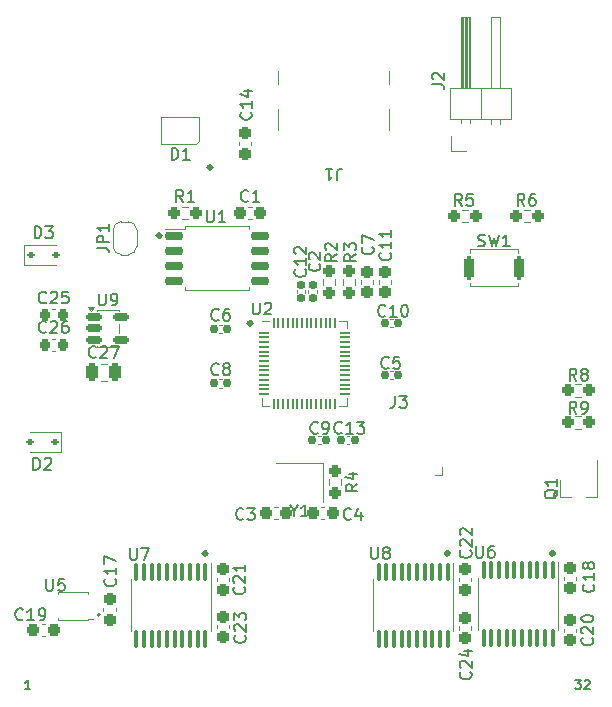
<source format=gto>
G04 #@! TF.GenerationSoftware,KiCad,Pcbnew,9.0.5*
G04 #@! TF.CreationDate,2025-10-24T14:18:36+02:00*
G04 #@! TF.ProjectId,GameboyCartridgeV1.1,47616d65-626f-4794-9361-727472696467,rev?*
G04 #@! TF.SameCoordinates,Original*
G04 #@! TF.FileFunction,Legend,Top*
G04 #@! TF.FilePolarity,Positive*
%FSLAX46Y46*%
G04 Gerber Fmt 4.6, Leading zero omitted, Abs format (unit mm)*
G04 Created by KiCad (PCBNEW 9.0.5) date 2025-10-24 14:18:36*
%MOMM*%
%LPD*%
G01*
G04 APERTURE LIST*
G04 Aperture macros list*
%AMRoundRect*
0 Rectangle with rounded corners*
0 $1 Rounding radius*
0 $2 $3 $4 $5 $6 $7 $8 $9 X,Y pos of 4 corners*
0 Add a 4 corners polygon primitive as box body*
4,1,4,$2,$3,$4,$5,$6,$7,$8,$9,$2,$3,0*
0 Add four circle primitives for the rounded corners*
1,1,$1+$1,$2,$3*
1,1,$1+$1,$4,$5*
1,1,$1+$1,$6,$7*
1,1,$1+$1,$8,$9*
0 Add four rect primitives between the rounded corners*
20,1,$1+$1,$2,$3,$4,$5,0*
20,1,$1+$1,$4,$5,$6,$7,0*
20,1,$1+$1,$6,$7,$8,$9,0*
20,1,$1+$1,$8,$9,$2,$3,0*%
%AMFreePoly0*
4,1,23,0.500000,-0.750000,0.000000,-0.750000,0.000000,-0.745722,-0.065263,-0.745722,-0.191342,-0.711940,-0.304381,-0.646677,-0.396677,-0.554381,-0.461940,-0.441342,-0.495722,-0.315263,-0.495722,-0.250000,-0.500000,-0.250000,-0.500000,0.250000,-0.495722,0.250000,-0.495722,0.315263,-0.461940,0.441342,-0.396677,0.554381,-0.304381,0.646677,-0.191342,0.711940,-0.065263,0.745722,0.000000,0.745722,
0.000000,0.750000,0.500000,0.750000,0.500000,-0.750000,0.500000,-0.750000,$1*%
%AMFreePoly1*
4,1,23,0.000000,0.745722,0.065263,0.745722,0.191342,0.711940,0.304381,0.646677,0.396677,0.554381,0.461940,0.441342,0.495722,0.315263,0.495722,0.250000,0.500000,0.250000,0.500000,-0.250000,0.495722,-0.250000,0.495722,-0.315263,0.461940,-0.441342,0.396677,-0.554381,0.304381,-0.646677,0.191342,-0.711940,0.065263,-0.745722,0.000000,-0.745722,0.000000,-0.750000,-0.500000,-0.750000,
-0.500000,0.750000,0.000000,0.750000,0.000000,0.745722,0.000000,0.745722,$1*%
G04 Aperture macros list end*
%ADD10C,0.300000*%
%ADD11C,0.200000*%
%ADD12C,0.150000*%
%ADD13C,0.120000*%
%ADD14C,0.000000*%
%ADD15O,1.000000X2.100000*%
%ADD16R,0.600000X1.150000*%
%ADD17R,0.300000X1.150000*%
%ADD18C,0.650000*%
%ADD19O,1.000000X1.800000*%
%ADD20RoundRect,0.150000X-0.512500X-0.150000X0.512500X-0.150000X0.512500X0.150000X-0.512500X0.150000X0*%
%ADD21RoundRect,0.200000X-0.200000X-0.800000X0.200000X-0.800000X0.200000X0.800000X-0.200000X0.800000X0*%
%ADD22RoundRect,0.112500X-0.187500X-0.112500X0.187500X-0.112500X0.187500X0.112500X-0.187500X0.112500X0*%
%ADD23RoundRect,0.112500X0.187500X0.112500X-0.187500X0.112500X-0.187500X-0.112500X0.187500X-0.112500X0*%
%ADD24R,0.700000X0.700000*%
%ADD25RoundRect,0.250000X-0.250000X-0.475000X0.250000X-0.475000X0.250000X0.475000X-0.250000X0.475000X0*%
%ADD26RoundRect,0.225000X-0.225000X-0.250000X0.225000X-0.250000X0.225000X0.250000X-0.225000X0.250000X0*%
%ADD27RoundRect,0.155000X-0.212500X-0.155000X0.212500X-0.155000X0.212500X0.155000X-0.212500X0.155000X0*%
%ADD28RoundRect,0.237500X-0.237500X0.300000X-0.237500X-0.300000X0.237500X-0.300000X0.237500X0.300000X0*%
%ADD29RoundRect,0.237500X0.237500X-0.250000X0.237500X0.250000X-0.237500X0.250000X-0.237500X-0.250000X0*%
%ADD30RoundRect,0.237500X-0.237500X0.250000X-0.237500X-0.250000X0.237500X-0.250000X0.237500X0.250000X0*%
%ADD31RoundRect,0.155000X-0.155000X0.212500X-0.155000X-0.212500X0.155000X-0.212500X0.155000X0.212500X0*%
%ADD32RoundRect,0.155000X0.212500X0.155000X-0.212500X0.155000X-0.212500X-0.155000X0.212500X-0.155000X0*%
%ADD33C,0.800000*%
%ADD34RoundRect,0.237500X0.250000X0.237500X-0.250000X0.237500X-0.250000X-0.237500X0.250000X-0.237500X0*%
%ADD35RoundRect,0.237500X-0.300000X-0.237500X0.300000X-0.237500X0.300000X0.237500X-0.300000X0.237500X0*%
%ADD36C,2.374900*%
%ADD37C,0.990600*%
%ADD38C,0.787400*%
%ADD39C,2.000000*%
%ADD40RoundRect,0.237500X0.237500X-0.300000X0.237500X0.300000X-0.237500X0.300000X-0.237500X-0.300000X0*%
%ADD41C,7.200000*%
%ADD42RoundRect,0.050000X-0.387500X-0.050000X0.387500X-0.050000X0.387500X0.050000X-0.387500X0.050000X0*%
%ADD43RoundRect,0.050000X-0.050000X-0.387500X0.050000X-0.387500X0.050000X0.387500X-0.050000X0.387500X0*%
%ADD44R,3.200000X3.200000*%
%ADD45R,1.700000X1.700000*%
%ADD46O,1.700000X1.700000*%
%ADD47R,1.400000X1.200000*%
%ADD48RoundRect,0.237500X0.300000X0.237500X-0.300000X0.237500X-0.300000X-0.237500X0.300000X-0.237500X0*%
%ADD49RoundRect,0.237500X-0.250000X-0.237500X0.250000X-0.237500X0.250000X0.237500X-0.250000X0.237500X0*%
%ADD50RoundRect,0.100000X-0.100000X0.637500X-0.100000X-0.637500X0.100000X-0.637500X0.100000X0.637500X0*%
%ADD51FreePoly0,90.000000*%
%ADD52FreePoly1,90.000000*%
%ADD53RoundRect,0.150000X-0.650000X-0.150000X0.650000X-0.150000X0.650000X0.150000X-0.650000X0.150000X0*%
%ADD54R,0.800000X1.900000*%
%ADD55R,0.750000X0.250000*%
G04 APERTURE END LIST*
D10*
X123950000Y-96700000D02*
G75*
G02*
X123650000Y-96700000I-150000J0D01*
G01*
X123650000Y-96700000D02*
G75*
G02*
X123950000Y-96700000I150000J0D01*
G01*
D11*
X94400000Y-101900000D02*
G75*
G02*
X94200000Y-101900000I-100000J0D01*
G01*
X94200000Y-101900000D02*
G75*
G02*
X94400000Y-101900000I100000J0D01*
G01*
D10*
X107250000Y-77200000D02*
G75*
G02*
X106950000Y-77200000I-150000J0D01*
G01*
X106950000Y-77200000D02*
G75*
G02*
X107250000Y-77200000I150000J0D01*
G01*
X103450000Y-96700000D02*
G75*
G02*
X103150000Y-96700000I-150000J0D01*
G01*
X103150000Y-96700000D02*
G75*
G02*
X103450000Y-96700000I150000J0D01*
G01*
X103850000Y-64000000D02*
G75*
G02*
X103550000Y-64000000I-150000J0D01*
G01*
X103550000Y-64000000D02*
G75*
G02*
X103850000Y-64000000I150000J0D01*
G01*
X132850000Y-96700000D02*
G75*
G02*
X132550000Y-96700000I-150000J0D01*
G01*
X132550000Y-96700000D02*
G75*
G02*
X132850000Y-96700000I150000J0D01*
G01*
X99550000Y-69800000D02*
G75*
G02*
X99250000Y-69800000I-150000J0D01*
G01*
X99250000Y-69800000D02*
G75*
G02*
X99550000Y-69800000I150000J0D01*
G01*
D12*
X114493333Y-65105180D02*
X114493333Y-64390895D01*
X114493333Y-64390895D02*
X114540952Y-64248038D01*
X114540952Y-64248038D02*
X114636190Y-64152800D01*
X114636190Y-64152800D02*
X114779047Y-64105180D01*
X114779047Y-64105180D02*
X114874285Y-64105180D01*
X113493333Y-64105180D02*
X114064761Y-64105180D01*
X113779047Y-64105180D02*
X113779047Y-65105180D01*
X113779047Y-65105180D02*
X113874285Y-64962323D01*
X113874285Y-64962323D02*
X113969523Y-64867085D01*
X113969523Y-64867085D02*
X114064761Y-64819466D01*
X94293095Y-74699819D02*
X94293095Y-75509342D01*
X94293095Y-75509342D02*
X94340714Y-75604580D01*
X94340714Y-75604580D02*
X94388333Y-75652200D01*
X94388333Y-75652200D02*
X94483571Y-75699819D01*
X94483571Y-75699819D02*
X94674047Y-75699819D01*
X94674047Y-75699819D02*
X94769285Y-75652200D01*
X94769285Y-75652200D02*
X94816904Y-75604580D01*
X94816904Y-75604580D02*
X94864523Y-75509342D01*
X94864523Y-75509342D02*
X94864523Y-74699819D01*
X95388333Y-75699819D02*
X95578809Y-75699819D01*
X95578809Y-75699819D02*
X95674047Y-75652200D01*
X95674047Y-75652200D02*
X95721666Y-75604580D01*
X95721666Y-75604580D02*
X95816904Y-75461723D01*
X95816904Y-75461723D02*
X95864523Y-75271247D01*
X95864523Y-75271247D02*
X95864523Y-74890295D01*
X95864523Y-74890295D02*
X95816904Y-74795057D01*
X95816904Y-74795057D02*
X95769285Y-74747438D01*
X95769285Y-74747438D02*
X95674047Y-74699819D01*
X95674047Y-74699819D02*
X95483571Y-74699819D01*
X95483571Y-74699819D02*
X95388333Y-74747438D01*
X95388333Y-74747438D02*
X95340714Y-74795057D01*
X95340714Y-74795057D02*
X95293095Y-74890295D01*
X95293095Y-74890295D02*
X95293095Y-75128390D01*
X95293095Y-75128390D02*
X95340714Y-75223628D01*
X95340714Y-75223628D02*
X95388333Y-75271247D01*
X95388333Y-75271247D02*
X95483571Y-75318866D01*
X95483571Y-75318866D02*
X95674047Y-75318866D01*
X95674047Y-75318866D02*
X95769285Y-75271247D01*
X95769285Y-75271247D02*
X95816904Y-75223628D01*
X95816904Y-75223628D02*
X95864523Y-75128390D01*
X126416667Y-70657200D02*
X126559524Y-70704819D01*
X126559524Y-70704819D02*
X126797619Y-70704819D01*
X126797619Y-70704819D02*
X126892857Y-70657200D01*
X126892857Y-70657200D02*
X126940476Y-70609580D01*
X126940476Y-70609580D02*
X126988095Y-70514342D01*
X126988095Y-70514342D02*
X126988095Y-70419104D01*
X126988095Y-70419104D02*
X126940476Y-70323866D01*
X126940476Y-70323866D02*
X126892857Y-70276247D01*
X126892857Y-70276247D02*
X126797619Y-70228628D01*
X126797619Y-70228628D02*
X126607143Y-70181009D01*
X126607143Y-70181009D02*
X126511905Y-70133390D01*
X126511905Y-70133390D02*
X126464286Y-70085771D01*
X126464286Y-70085771D02*
X126416667Y-69990533D01*
X126416667Y-69990533D02*
X126416667Y-69895295D01*
X126416667Y-69895295D02*
X126464286Y-69800057D01*
X126464286Y-69800057D02*
X126511905Y-69752438D01*
X126511905Y-69752438D02*
X126607143Y-69704819D01*
X126607143Y-69704819D02*
X126845238Y-69704819D01*
X126845238Y-69704819D02*
X126988095Y-69752438D01*
X127321429Y-69704819D02*
X127559524Y-70704819D01*
X127559524Y-70704819D02*
X127750000Y-69990533D01*
X127750000Y-69990533D02*
X127940476Y-70704819D01*
X127940476Y-70704819D02*
X128178572Y-69704819D01*
X129083333Y-70704819D02*
X128511905Y-70704819D01*
X128797619Y-70704819D02*
X128797619Y-69704819D01*
X128797619Y-69704819D02*
X128702381Y-69847676D01*
X128702381Y-69847676D02*
X128607143Y-69942914D01*
X128607143Y-69942914D02*
X128511905Y-69990533D01*
X88861905Y-70004819D02*
X88861905Y-69004819D01*
X88861905Y-69004819D02*
X89100000Y-69004819D01*
X89100000Y-69004819D02*
X89242857Y-69052438D01*
X89242857Y-69052438D02*
X89338095Y-69147676D01*
X89338095Y-69147676D02*
X89385714Y-69242914D01*
X89385714Y-69242914D02*
X89433333Y-69433390D01*
X89433333Y-69433390D02*
X89433333Y-69576247D01*
X89433333Y-69576247D02*
X89385714Y-69766723D01*
X89385714Y-69766723D02*
X89338095Y-69861961D01*
X89338095Y-69861961D02*
X89242857Y-69957200D01*
X89242857Y-69957200D02*
X89100000Y-70004819D01*
X89100000Y-70004819D02*
X88861905Y-70004819D01*
X89766667Y-69004819D02*
X90385714Y-69004819D01*
X90385714Y-69004819D02*
X90052381Y-69385771D01*
X90052381Y-69385771D02*
X90195238Y-69385771D01*
X90195238Y-69385771D02*
X90290476Y-69433390D01*
X90290476Y-69433390D02*
X90338095Y-69481009D01*
X90338095Y-69481009D02*
X90385714Y-69576247D01*
X90385714Y-69576247D02*
X90385714Y-69814342D01*
X90385714Y-69814342D02*
X90338095Y-69909580D01*
X90338095Y-69909580D02*
X90290476Y-69957200D01*
X90290476Y-69957200D02*
X90195238Y-70004819D01*
X90195238Y-70004819D02*
X89909524Y-70004819D01*
X89909524Y-70004819D02*
X89814286Y-69957200D01*
X89814286Y-69957200D02*
X89766667Y-69909580D01*
X88761905Y-89604819D02*
X88761905Y-88604819D01*
X88761905Y-88604819D02*
X89000000Y-88604819D01*
X89000000Y-88604819D02*
X89142857Y-88652438D01*
X89142857Y-88652438D02*
X89238095Y-88747676D01*
X89238095Y-88747676D02*
X89285714Y-88842914D01*
X89285714Y-88842914D02*
X89333333Y-89033390D01*
X89333333Y-89033390D02*
X89333333Y-89176247D01*
X89333333Y-89176247D02*
X89285714Y-89366723D01*
X89285714Y-89366723D02*
X89238095Y-89461961D01*
X89238095Y-89461961D02*
X89142857Y-89557200D01*
X89142857Y-89557200D02*
X89000000Y-89604819D01*
X89000000Y-89604819D02*
X88761905Y-89604819D01*
X89714286Y-88700057D02*
X89761905Y-88652438D01*
X89761905Y-88652438D02*
X89857143Y-88604819D01*
X89857143Y-88604819D02*
X90095238Y-88604819D01*
X90095238Y-88604819D02*
X90190476Y-88652438D01*
X90190476Y-88652438D02*
X90238095Y-88700057D01*
X90238095Y-88700057D02*
X90285714Y-88795295D01*
X90285714Y-88795295D02*
X90285714Y-88890533D01*
X90285714Y-88890533D02*
X90238095Y-89033390D01*
X90238095Y-89033390D02*
X89666667Y-89604819D01*
X89666667Y-89604819D02*
X90285714Y-89604819D01*
X100461905Y-63354819D02*
X100461905Y-62354819D01*
X100461905Y-62354819D02*
X100700000Y-62354819D01*
X100700000Y-62354819D02*
X100842857Y-62402438D01*
X100842857Y-62402438D02*
X100938095Y-62497676D01*
X100938095Y-62497676D02*
X100985714Y-62592914D01*
X100985714Y-62592914D02*
X101033333Y-62783390D01*
X101033333Y-62783390D02*
X101033333Y-62926247D01*
X101033333Y-62926247D02*
X100985714Y-63116723D01*
X100985714Y-63116723D02*
X100938095Y-63211961D01*
X100938095Y-63211961D02*
X100842857Y-63307200D01*
X100842857Y-63307200D02*
X100700000Y-63354819D01*
X100700000Y-63354819D02*
X100461905Y-63354819D01*
X101985714Y-63354819D02*
X101414286Y-63354819D01*
X101700000Y-63354819D02*
X101700000Y-62354819D01*
X101700000Y-62354819D02*
X101604762Y-62497676D01*
X101604762Y-62497676D02*
X101509524Y-62592914D01*
X101509524Y-62592914D02*
X101414286Y-62640533D01*
X94062142Y-80049580D02*
X94014523Y-80097200D01*
X94014523Y-80097200D02*
X93871666Y-80144819D01*
X93871666Y-80144819D02*
X93776428Y-80144819D01*
X93776428Y-80144819D02*
X93633571Y-80097200D01*
X93633571Y-80097200D02*
X93538333Y-80001961D01*
X93538333Y-80001961D02*
X93490714Y-79906723D01*
X93490714Y-79906723D02*
X93443095Y-79716247D01*
X93443095Y-79716247D02*
X93443095Y-79573390D01*
X93443095Y-79573390D02*
X93490714Y-79382914D01*
X93490714Y-79382914D02*
X93538333Y-79287676D01*
X93538333Y-79287676D02*
X93633571Y-79192438D01*
X93633571Y-79192438D02*
X93776428Y-79144819D01*
X93776428Y-79144819D02*
X93871666Y-79144819D01*
X93871666Y-79144819D02*
X94014523Y-79192438D01*
X94014523Y-79192438D02*
X94062142Y-79240057D01*
X94443095Y-79240057D02*
X94490714Y-79192438D01*
X94490714Y-79192438D02*
X94585952Y-79144819D01*
X94585952Y-79144819D02*
X94824047Y-79144819D01*
X94824047Y-79144819D02*
X94919285Y-79192438D01*
X94919285Y-79192438D02*
X94966904Y-79240057D01*
X94966904Y-79240057D02*
X95014523Y-79335295D01*
X95014523Y-79335295D02*
X95014523Y-79430533D01*
X95014523Y-79430533D02*
X94966904Y-79573390D01*
X94966904Y-79573390D02*
X94395476Y-80144819D01*
X94395476Y-80144819D02*
X95014523Y-80144819D01*
X95347857Y-79144819D02*
X96014523Y-79144819D01*
X96014523Y-79144819D02*
X95585952Y-80144819D01*
X89832142Y-77939580D02*
X89784523Y-77987200D01*
X89784523Y-77987200D02*
X89641666Y-78034819D01*
X89641666Y-78034819D02*
X89546428Y-78034819D01*
X89546428Y-78034819D02*
X89403571Y-77987200D01*
X89403571Y-77987200D02*
X89308333Y-77891961D01*
X89308333Y-77891961D02*
X89260714Y-77796723D01*
X89260714Y-77796723D02*
X89213095Y-77606247D01*
X89213095Y-77606247D02*
X89213095Y-77463390D01*
X89213095Y-77463390D02*
X89260714Y-77272914D01*
X89260714Y-77272914D02*
X89308333Y-77177676D01*
X89308333Y-77177676D02*
X89403571Y-77082438D01*
X89403571Y-77082438D02*
X89546428Y-77034819D01*
X89546428Y-77034819D02*
X89641666Y-77034819D01*
X89641666Y-77034819D02*
X89784523Y-77082438D01*
X89784523Y-77082438D02*
X89832142Y-77130057D01*
X90213095Y-77130057D02*
X90260714Y-77082438D01*
X90260714Y-77082438D02*
X90355952Y-77034819D01*
X90355952Y-77034819D02*
X90594047Y-77034819D01*
X90594047Y-77034819D02*
X90689285Y-77082438D01*
X90689285Y-77082438D02*
X90736904Y-77130057D01*
X90736904Y-77130057D02*
X90784523Y-77225295D01*
X90784523Y-77225295D02*
X90784523Y-77320533D01*
X90784523Y-77320533D02*
X90736904Y-77463390D01*
X90736904Y-77463390D02*
X90165476Y-78034819D01*
X90165476Y-78034819D02*
X90784523Y-78034819D01*
X91641666Y-77034819D02*
X91451190Y-77034819D01*
X91451190Y-77034819D02*
X91355952Y-77082438D01*
X91355952Y-77082438D02*
X91308333Y-77130057D01*
X91308333Y-77130057D02*
X91213095Y-77272914D01*
X91213095Y-77272914D02*
X91165476Y-77463390D01*
X91165476Y-77463390D02*
X91165476Y-77844342D01*
X91165476Y-77844342D02*
X91213095Y-77939580D01*
X91213095Y-77939580D02*
X91260714Y-77987200D01*
X91260714Y-77987200D02*
X91355952Y-78034819D01*
X91355952Y-78034819D02*
X91546428Y-78034819D01*
X91546428Y-78034819D02*
X91641666Y-77987200D01*
X91641666Y-77987200D02*
X91689285Y-77939580D01*
X91689285Y-77939580D02*
X91736904Y-77844342D01*
X91736904Y-77844342D02*
X91736904Y-77606247D01*
X91736904Y-77606247D02*
X91689285Y-77511009D01*
X91689285Y-77511009D02*
X91641666Y-77463390D01*
X91641666Y-77463390D02*
X91546428Y-77415771D01*
X91546428Y-77415771D02*
X91355952Y-77415771D01*
X91355952Y-77415771D02*
X91260714Y-77463390D01*
X91260714Y-77463390D02*
X91213095Y-77511009D01*
X91213095Y-77511009D02*
X91165476Y-77606247D01*
X89832142Y-75429580D02*
X89784523Y-75477200D01*
X89784523Y-75477200D02*
X89641666Y-75524819D01*
X89641666Y-75524819D02*
X89546428Y-75524819D01*
X89546428Y-75524819D02*
X89403571Y-75477200D01*
X89403571Y-75477200D02*
X89308333Y-75381961D01*
X89308333Y-75381961D02*
X89260714Y-75286723D01*
X89260714Y-75286723D02*
X89213095Y-75096247D01*
X89213095Y-75096247D02*
X89213095Y-74953390D01*
X89213095Y-74953390D02*
X89260714Y-74762914D01*
X89260714Y-74762914D02*
X89308333Y-74667676D01*
X89308333Y-74667676D02*
X89403571Y-74572438D01*
X89403571Y-74572438D02*
X89546428Y-74524819D01*
X89546428Y-74524819D02*
X89641666Y-74524819D01*
X89641666Y-74524819D02*
X89784523Y-74572438D01*
X89784523Y-74572438D02*
X89832142Y-74620057D01*
X90213095Y-74620057D02*
X90260714Y-74572438D01*
X90260714Y-74572438D02*
X90355952Y-74524819D01*
X90355952Y-74524819D02*
X90594047Y-74524819D01*
X90594047Y-74524819D02*
X90689285Y-74572438D01*
X90689285Y-74572438D02*
X90736904Y-74620057D01*
X90736904Y-74620057D02*
X90784523Y-74715295D01*
X90784523Y-74715295D02*
X90784523Y-74810533D01*
X90784523Y-74810533D02*
X90736904Y-74953390D01*
X90736904Y-74953390D02*
X90165476Y-75524819D01*
X90165476Y-75524819D02*
X90784523Y-75524819D01*
X91689285Y-74524819D02*
X91213095Y-74524819D01*
X91213095Y-74524819D02*
X91165476Y-75001009D01*
X91165476Y-75001009D02*
X91213095Y-74953390D01*
X91213095Y-74953390D02*
X91308333Y-74905771D01*
X91308333Y-74905771D02*
X91546428Y-74905771D01*
X91546428Y-74905771D02*
X91641666Y-74953390D01*
X91641666Y-74953390D02*
X91689285Y-75001009D01*
X91689285Y-75001009D02*
X91736904Y-75096247D01*
X91736904Y-75096247D02*
X91736904Y-75334342D01*
X91736904Y-75334342D02*
X91689285Y-75429580D01*
X91689285Y-75429580D02*
X91641666Y-75477200D01*
X91641666Y-75477200D02*
X91546428Y-75524819D01*
X91546428Y-75524819D02*
X91308333Y-75524819D01*
X91308333Y-75524819D02*
X91213095Y-75477200D01*
X91213095Y-75477200D02*
X91165476Y-75429580D01*
X104433333Y-81499580D02*
X104385714Y-81547200D01*
X104385714Y-81547200D02*
X104242857Y-81594819D01*
X104242857Y-81594819D02*
X104147619Y-81594819D01*
X104147619Y-81594819D02*
X104004762Y-81547200D01*
X104004762Y-81547200D02*
X103909524Y-81451961D01*
X103909524Y-81451961D02*
X103861905Y-81356723D01*
X103861905Y-81356723D02*
X103814286Y-81166247D01*
X103814286Y-81166247D02*
X103814286Y-81023390D01*
X103814286Y-81023390D02*
X103861905Y-80832914D01*
X103861905Y-80832914D02*
X103909524Y-80737676D01*
X103909524Y-80737676D02*
X104004762Y-80642438D01*
X104004762Y-80642438D02*
X104147619Y-80594819D01*
X104147619Y-80594819D02*
X104242857Y-80594819D01*
X104242857Y-80594819D02*
X104385714Y-80642438D01*
X104385714Y-80642438D02*
X104433333Y-80690057D01*
X105004762Y-81023390D02*
X104909524Y-80975771D01*
X104909524Y-80975771D02*
X104861905Y-80928152D01*
X104861905Y-80928152D02*
X104814286Y-80832914D01*
X104814286Y-80832914D02*
X104814286Y-80785295D01*
X104814286Y-80785295D02*
X104861905Y-80690057D01*
X104861905Y-80690057D02*
X104909524Y-80642438D01*
X104909524Y-80642438D02*
X105004762Y-80594819D01*
X105004762Y-80594819D02*
X105195238Y-80594819D01*
X105195238Y-80594819D02*
X105290476Y-80642438D01*
X105290476Y-80642438D02*
X105338095Y-80690057D01*
X105338095Y-80690057D02*
X105385714Y-80785295D01*
X105385714Y-80785295D02*
X105385714Y-80832914D01*
X105385714Y-80832914D02*
X105338095Y-80928152D01*
X105338095Y-80928152D02*
X105290476Y-80975771D01*
X105290476Y-80975771D02*
X105195238Y-81023390D01*
X105195238Y-81023390D02*
X105004762Y-81023390D01*
X105004762Y-81023390D02*
X104909524Y-81071009D01*
X104909524Y-81071009D02*
X104861905Y-81118628D01*
X104861905Y-81118628D02*
X104814286Y-81213866D01*
X104814286Y-81213866D02*
X104814286Y-81404342D01*
X104814286Y-81404342D02*
X104861905Y-81499580D01*
X104861905Y-81499580D02*
X104909524Y-81547200D01*
X104909524Y-81547200D02*
X105004762Y-81594819D01*
X105004762Y-81594819D02*
X105195238Y-81594819D01*
X105195238Y-81594819D02*
X105290476Y-81547200D01*
X105290476Y-81547200D02*
X105338095Y-81499580D01*
X105338095Y-81499580D02*
X105385714Y-81404342D01*
X105385714Y-81404342D02*
X105385714Y-81213866D01*
X105385714Y-81213866D02*
X105338095Y-81118628D01*
X105338095Y-81118628D02*
X105290476Y-81071009D01*
X105290476Y-81071009D02*
X105195238Y-81023390D01*
X136159580Y-99342857D02*
X136207200Y-99390476D01*
X136207200Y-99390476D02*
X136254819Y-99533333D01*
X136254819Y-99533333D02*
X136254819Y-99628571D01*
X136254819Y-99628571D02*
X136207200Y-99771428D01*
X136207200Y-99771428D02*
X136111961Y-99866666D01*
X136111961Y-99866666D02*
X136016723Y-99914285D01*
X136016723Y-99914285D02*
X135826247Y-99961904D01*
X135826247Y-99961904D02*
X135683390Y-99961904D01*
X135683390Y-99961904D02*
X135492914Y-99914285D01*
X135492914Y-99914285D02*
X135397676Y-99866666D01*
X135397676Y-99866666D02*
X135302438Y-99771428D01*
X135302438Y-99771428D02*
X135254819Y-99628571D01*
X135254819Y-99628571D02*
X135254819Y-99533333D01*
X135254819Y-99533333D02*
X135302438Y-99390476D01*
X135302438Y-99390476D02*
X135350057Y-99342857D01*
X136254819Y-98390476D02*
X136254819Y-98961904D01*
X136254819Y-98676190D02*
X135254819Y-98676190D01*
X135254819Y-98676190D02*
X135397676Y-98771428D01*
X135397676Y-98771428D02*
X135492914Y-98866666D01*
X135492914Y-98866666D02*
X135540533Y-98961904D01*
X135683390Y-97819047D02*
X135635771Y-97914285D01*
X135635771Y-97914285D02*
X135588152Y-97961904D01*
X135588152Y-97961904D02*
X135492914Y-98009523D01*
X135492914Y-98009523D02*
X135445295Y-98009523D01*
X135445295Y-98009523D02*
X135350057Y-97961904D01*
X135350057Y-97961904D02*
X135302438Y-97914285D01*
X135302438Y-97914285D02*
X135254819Y-97819047D01*
X135254819Y-97819047D02*
X135254819Y-97628571D01*
X135254819Y-97628571D02*
X135302438Y-97533333D01*
X135302438Y-97533333D02*
X135350057Y-97485714D01*
X135350057Y-97485714D02*
X135445295Y-97438095D01*
X135445295Y-97438095D02*
X135492914Y-97438095D01*
X135492914Y-97438095D02*
X135588152Y-97485714D01*
X135588152Y-97485714D02*
X135635771Y-97533333D01*
X135635771Y-97533333D02*
X135683390Y-97628571D01*
X135683390Y-97628571D02*
X135683390Y-97819047D01*
X135683390Y-97819047D02*
X135731009Y-97914285D01*
X135731009Y-97914285D02*
X135778628Y-97961904D01*
X135778628Y-97961904D02*
X135873866Y-98009523D01*
X135873866Y-98009523D02*
X136064342Y-98009523D01*
X136064342Y-98009523D02*
X136159580Y-97961904D01*
X136159580Y-97961904D02*
X136207200Y-97914285D01*
X136207200Y-97914285D02*
X136254819Y-97819047D01*
X136254819Y-97819047D02*
X136254819Y-97628571D01*
X136254819Y-97628571D02*
X136207200Y-97533333D01*
X136207200Y-97533333D02*
X136159580Y-97485714D01*
X136159580Y-97485714D02*
X136064342Y-97438095D01*
X136064342Y-97438095D02*
X135873866Y-97438095D01*
X135873866Y-97438095D02*
X135778628Y-97485714D01*
X135778628Y-97485714D02*
X135731009Y-97533333D01*
X135731009Y-97533333D02*
X135683390Y-97628571D01*
X116054819Y-71366666D02*
X115578628Y-71699999D01*
X116054819Y-71938094D02*
X115054819Y-71938094D01*
X115054819Y-71938094D02*
X115054819Y-71557142D01*
X115054819Y-71557142D02*
X115102438Y-71461904D01*
X115102438Y-71461904D02*
X115150057Y-71414285D01*
X115150057Y-71414285D02*
X115245295Y-71366666D01*
X115245295Y-71366666D02*
X115388152Y-71366666D01*
X115388152Y-71366666D02*
X115483390Y-71414285D01*
X115483390Y-71414285D02*
X115531009Y-71461904D01*
X115531009Y-71461904D02*
X115578628Y-71557142D01*
X115578628Y-71557142D02*
X115578628Y-71938094D01*
X115054819Y-71033332D02*
X115054819Y-70414285D01*
X115054819Y-70414285D02*
X115435771Y-70747618D01*
X115435771Y-70747618D02*
X115435771Y-70604761D01*
X115435771Y-70604761D02*
X115483390Y-70509523D01*
X115483390Y-70509523D02*
X115531009Y-70461904D01*
X115531009Y-70461904D02*
X115626247Y-70414285D01*
X115626247Y-70414285D02*
X115864342Y-70414285D01*
X115864342Y-70414285D02*
X115959580Y-70461904D01*
X115959580Y-70461904D02*
X116007200Y-70509523D01*
X116007200Y-70509523D02*
X116054819Y-70604761D01*
X116054819Y-70604761D02*
X116054819Y-70890475D01*
X116054819Y-70890475D02*
X116007200Y-70985713D01*
X116007200Y-70985713D02*
X115959580Y-71033332D01*
X116184819Y-90816666D02*
X115708628Y-91149999D01*
X116184819Y-91388094D02*
X115184819Y-91388094D01*
X115184819Y-91388094D02*
X115184819Y-91007142D01*
X115184819Y-91007142D02*
X115232438Y-90911904D01*
X115232438Y-90911904D02*
X115280057Y-90864285D01*
X115280057Y-90864285D02*
X115375295Y-90816666D01*
X115375295Y-90816666D02*
X115518152Y-90816666D01*
X115518152Y-90816666D02*
X115613390Y-90864285D01*
X115613390Y-90864285D02*
X115661009Y-90911904D01*
X115661009Y-90911904D02*
X115708628Y-91007142D01*
X115708628Y-91007142D02*
X115708628Y-91388094D01*
X115518152Y-89959523D02*
X116184819Y-89959523D01*
X115137200Y-90197618D02*
X115851485Y-90435713D01*
X115851485Y-90435713D02*
X115851485Y-89816666D01*
X111759580Y-72642857D02*
X111807200Y-72690476D01*
X111807200Y-72690476D02*
X111854819Y-72833333D01*
X111854819Y-72833333D02*
X111854819Y-72928571D01*
X111854819Y-72928571D02*
X111807200Y-73071428D01*
X111807200Y-73071428D02*
X111711961Y-73166666D01*
X111711961Y-73166666D02*
X111616723Y-73214285D01*
X111616723Y-73214285D02*
X111426247Y-73261904D01*
X111426247Y-73261904D02*
X111283390Y-73261904D01*
X111283390Y-73261904D02*
X111092914Y-73214285D01*
X111092914Y-73214285D02*
X110997676Y-73166666D01*
X110997676Y-73166666D02*
X110902438Y-73071428D01*
X110902438Y-73071428D02*
X110854819Y-72928571D01*
X110854819Y-72928571D02*
X110854819Y-72833333D01*
X110854819Y-72833333D02*
X110902438Y-72690476D01*
X110902438Y-72690476D02*
X110950057Y-72642857D01*
X111854819Y-71690476D02*
X111854819Y-72261904D01*
X111854819Y-71976190D02*
X110854819Y-71976190D01*
X110854819Y-71976190D02*
X110997676Y-72071428D01*
X110997676Y-72071428D02*
X111092914Y-72166666D01*
X111092914Y-72166666D02*
X111140533Y-72261904D01*
X110950057Y-71309523D02*
X110902438Y-71261904D01*
X110902438Y-71261904D02*
X110854819Y-71166666D01*
X110854819Y-71166666D02*
X110854819Y-70928571D01*
X110854819Y-70928571D02*
X110902438Y-70833333D01*
X110902438Y-70833333D02*
X110950057Y-70785714D01*
X110950057Y-70785714D02*
X111045295Y-70738095D01*
X111045295Y-70738095D02*
X111140533Y-70738095D01*
X111140533Y-70738095D02*
X111283390Y-70785714D01*
X111283390Y-70785714D02*
X111854819Y-71357142D01*
X111854819Y-71357142D02*
X111854819Y-70738095D01*
X112959580Y-72166666D02*
X113007200Y-72214285D01*
X113007200Y-72214285D02*
X113054819Y-72357142D01*
X113054819Y-72357142D02*
X113054819Y-72452380D01*
X113054819Y-72452380D02*
X113007200Y-72595237D01*
X113007200Y-72595237D02*
X112911961Y-72690475D01*
X112911961Y-72690475D02*
X112816723Y-72738094D01*
X112816723Y-72738094D02*
X112626247Y-72785713D01*
X112626247Y-72785713D02*
X112483390Y-72785713D01*
X112483390Y-72785713D02*
X112292914Y-72738094D01*
X112292914Y-72738094D02*
X112197676Y-72690475D01*
X112197676Y-72690475D02*
X112102438Y-72595237D01*
X112102438Y-72595237D02*
X112054819Y-72452380D01*
X112054819Y-72452380D02*
X112054819Y-72357142D01*
X112054819Y-72357142D02*
X112102438Y-72214285D01*
X112102438Y-72214285D02*
X112150057Y-72166666D01*
X112150057Y-71785713D02*
X112102438Y-71738094D01*
X112102438Y-71738094D02*
X112054819Y-71642856D01*
X112054819Y-71642856D02*
X112054819Y-71404761D01*
X112054819Y-71404761D02*
X112102438Y-71309523D01*
X112102438Y-71309523D02*
X112150057Y-71261904D01*
X112150057Y-71261904D02*
X112245295Y-71214285D01*
X112245295Y-71214285D02*
X112340533Y-71214285D01*
X112340533Y-71214285D02*
X112483390Y-71261904D01*
X112483390Y-71261904D02*
X113054819Y-71833332D01*
X113054819Y-71833332D02*
X113054819Y-71214285D01*
X114857142Y-86459580D02*
X114809523Y-86507200D01*
X114809523Y-86507200D02*
X114666666Y-86554819D01*
X114666666Y-86554819D02*
X114571428Y-86554819D01*
X114571428Y-86554819D02*
X114428571Y-86507200D01*
X114428571Y-86507200D02*
X114333333Y-86411961D01*
X114333333Y-86411961D02*
X114285714Y-86316723D01*
X114285714Y-86316723D02*
X114238095Y-86126247D01*
X114238095Y-86126247D02*
X114238095Y-85983390D01*
X114238095Y-85983390D02*
X114285714Y-85792914D01*
X114285714Y-85792914D02*
X114333333Y-85697676D01*
X114333333Y-85697676D02*
X114428571Y-85602438D01*
X114428571Y-85602438D02*
X114571428Y-85554819D01*
X114571428Y-85554819D02*
X114666666Y-85554819D01*
X114666666Y-85554819D02*
X114809523Y-85602438D01*
X114809523Y-85602438D02*
X114857142Y-85650057D01*
X115809523Y-86554819D02*
X115238095Y-86554819D01*
X115523809Y-86554819D02*
X115523809Y-85554819D01*
X115523809Y-85554819D02*
X115428571Y-85697676D01*
X115428571Y-85697676D02*
X115333333Y-85792914D01*
X115333333Y-85792914D02*
X115238095Y-85840533D01*
X116142857Y-85554819D02*
X116761904Y-85554819D01*
X116761904Y-85554819D02*
X116428571Y-85935771D01*
X116428571Y-85935771D02*
X116571428Y-85935771D01*
X116571428Y-85935771D02*
X116666666Y-85983390D01*
X116666666Y-85983390D02*
X116714285Y-86031009D01*
X116714285Y-86031009D02*
X116761904Y-86126247D01*
X116761904Y-86126247D02*
X116761904Y-86364342D01*
X116761904Y-86364342D02*
X116714285Y-86459580D01*
X116714285Y-86459580D02*
X116666666Y-86507200D01*
X116666666Y-86507200D02*
X116571428Y-86554819D01*
X116571428Y-86554819D02*
X116285714Y-86554819D01*
X116285714Y-86554819D02*
X116190476Y-86507200D01*
X116190476Y-86507200D02*
X116142857Y-86459580D01*
X134619342Y-107396010D02*
X135114580Y-107396010D01*
X135114580Y-107396010D02*
X134847914Y-107700772D01*
X134847914Y-107700772D02*
X134962199Y-107700772D01*
X134962199Y-107700772D02*
X135038390Y-107738867D01*
X135038390Y-107738867D02*
X135076485Y-107776962D01*
X135076485Y-107776962D02*
X135114580Y-107853153D01*
X135114580Y-107853153D02*
X135114580Y-108043629D01*
X135114580Y-108043629D02*
X135076485Y-108119819D01*
X135076485Y-108119819D02*
X135038390Y-108157915D01*
X135038390Y-108157915D02*
X134962199Y-108196010D01*
X134962199Y-108196010D02*
X134733628Y-108196010D01*
X134733628Y-108196010D02*
X134657437Y-108157915D01*
X134657437Y-108157915D02*
X134619342Y-108119819D01*
X135419342Y-107472200D02*
X135457438Y-107434105D01*
X135457438Y-107434105D02*
X135533628Y-107396010D01*
X135533628Y-107396010D02*
X135724104Y-107396010D01*
X135724104Y-107396010D02*
X135800295Y-107434105D01*
X135800295Y-107434105D02*
X135838390Y-107472200D01*
X135838390Y-107472200D02*
X135876485Y-107548391D01*
X135876485Y-107548391D02*
X135876485Y-107624581D01*
X135876485Y-107624581D02*
X135838390Y-107738867D01*
X135838390Y-107738867D02*
X135381247Y-108196010D01*
X135381247Y-108196010D02*
X135876485Y-108196010D01*
X88495533Y-108196010D02*
X88038390Y-108196010D01*
X88266962Y-108196010D02*
X88266962Y-107396010D01*
X88266962Y-107396010D02*
X88190771Y-107510295D01*
X88190771Y-107510295D02*
X88114581Y-107586486D01*
X88114581Y-107586486D02*
X88038390Y-107624581D01*
X118833333Y-80959580D02*
X118785714Y-81007200D01*
X118785714Y-81007200D02*
X118642857Y-81054819D01*
X118642857Y-81054819D02*
X118547619Y-81054819D01*
X118547619Y-81054819D02*
X118404762Y-81007200D01*
X118404762Y-81007200D02*
X118309524Y-80911961D01*
X118309524Y-80911961D02*
X118261905Y-80816723D01*
X118261905Y-80816723D02*
X118214286Y-80626247D01*
X118214286Y-80626247D02*
X118214286Y-80483390D01*
X118214286Y-80483390D02*
X118261905Y-80292914D01*
X118261905Y-80292914D02*
X118309524Y-80197676D01*
X118309524Y-80197676D02*
X118404762Y-80102438D01*
X118404762Y-80102438D02*
X118547619Y-80054819D01*
X118547619Y-80054819D02*
X118642857Y-80054819D01*
X118642857Y-80054819D02*
X118785714Y-80102438D01*
X118785714Y-80102438D02*
X118833333Y-80150057D01*
X119738095Y-80054819D02*
X119261905Y-80054819D01*
X119261905Y-80054819D02*
X119214286Y-80531009D01*
X119214286Y-80531009D02*
X119261905Y-80483390D01*
X119261905Y-80483390D02*
X119357143Y-80435771D01*
X119357143Y-80435771D02*
X119595238Y-80435771D01*
X119595238Y-80435771D02*
X119690476Y-80483390D01*
X119690476Y-80483390D02*
X119738095Y-80531009D01*
X119738095Y-80531009D02*
X119785714Y-80626247D01*
X119785714Y-80626247D02*
X119785714Y-80864342D01*
X119785714Y-80864342D02*
X119738095Y-80959580D01*
X119738095Y-80959580D02*
X119690476Y-81007200D01*
X119690476Y-81007200D02*
X119595238Y-81054819D01*
X119595238Y-81054819D02*
X119357143Y-81054819D01*
X119357143Y-81054819D02*
X119261905Y-81007200D01*
X119261905Y-81007200D02*
X119214286Y-80959580D01*
X134733333Y-84854819D02*
X134400000Y-84378628D01*
X134161905Y-84854819D02*
X134161905Y-83854819D01*
X134161905Y-83854819D02*
X134542857Y-83854819D01*
X134542857Y-83854819D02*
X134638095Y-83902438D01*
X134638095Y-83902438D02*
X134685714Y-83950057D01*
X134685714Y-83950057D02*
X134733333Y-84045295D01*
X134733333Y-84045295D02*
X134733333Y-84188152D01*
X134733333Y-84188152D02*
X134685714Y-84283390D01*
X134685714Y-84283390D02*
X134638095Y-84331009D01*
X134638095Y-84331009D02*
X134542857Y-84378628D01*
X134542857Y-84378628D02*
X134161905Y-84378628D01*
X135209524Y-84854819D02*
X135400000Y-84854819D01*
X135400000Y-84854819D02*
X135495238Y-84807200D01*
X135495238Y-84807200D02*
X135542857Y-84759580D01*
X135542857Y-84759580D02*
X135638095Y-84616723D01*
X135638095Y-84616723D02*
X135685714Y-84426247D01*
X135685714Y-84426247D02*
X135685714Y-84045295D01*
X135685714Y-84045295D02*
X135638095Y-83950057D01*
X135638095Y-83950057D02*
X135590476Y-83902438D01*
X135590476Y-83902438D02*
X135495238Y-83854819D01*
X135495238Y-83854819D02*
X135304762Y-83854819D01*
X135304762Y-83854819D02*
X135209524Y-83902438D01*
X135209524Y-83902438D02*
X135161905Y-83950057D01*
X135161905Y-83950057D02*
X135114286Y-84045295D01*
X135114286Y-84045295D02*
X135114286Y-84283390D01*
X135114286Y-84283390D02*
X135161905Y-84378628D01*
X135161905Y-84378628D02*
X135209524Y-84426247D01*
X135209524Y-84426247D02*
X135304762Y-84473866D01*
X135304762Y-84473866D02*
X135495238Y-84473866D01*
X135495238Y-84473866D02*
X135590476Y-84426247D01*
X135590476Y-84426247D02*
X135638095Y-84378628D01*
X135638095Y-84378628D02*
X135685714Y-84283390D01*
X106533333Y-93759580D02*
X106485714Y-93807200D01*
X106485714Y-93807200D02*
X106342857Y-93854819D01*
X106342857Y-93854819D02*
X106247619Y-93854819D01*
X106247619Y-93854819D02*
X106104762Y-93807200D01*
X106104762Y-93807200D02*
X106009524Y-93711961D01*
X106009524Y-93711961D02*
X105961905Y-93616723D01*
X105961905Y-93616723D02*
X105914286Y-93426247D01*
X105914286Y-93426247D02*
X105914286Y-93283390D01*
X105914286Y-93283390D02*
X105961905Y-93092914D01*
X105961905Y-93092914D02*
X106009524Y-92997676D01*
X106009524Y-92997676D02*
X106104762Y-92902438D01*
X106104762Y-92902438D02*
X106247619Y-92854819D01*
X106247619Y-92854819D02*
X106342857Y-92854819D01*
X106342857Y-92854819D02*
X106485714Y-92902438D01*
X106485714Y-92902438D02*
X106533333Y-92950057D01*
X106866667Y-92854819D02*
X107485714Y-92854819D01*
X107485714Y-92854819D02*
X107152381Y-93235771D01*
X107152381Y-93235771D02*
X107295238Y-93235771D01*
X107295238Y-93235771D02*
X107390476Y-93283390D01*
X107390476Y-93283390D02*
X107438095Y-93331009D01*
X107438095Y-93331009D02*
X107485714Y-93426247D01*
X107485714Y-93426247D02*
X107485714Y-93664342D01*
X107485714Y-93664342D02*
X107438095Y-93759580D01*
X107438095Y-93759580D02*
X107390476Y-93807200D01*
X107390476Y-93807200D02*
X107295238Y-93854819D01*
X107295238Y-93854819D02*
X107009524Y-93854819D01*
X107009524Y-93854819D02*
X106914286Y-93807200D01*
X106914286Y-93807200D02*
X106866667Y-93759580D01*
X106589580Y-99542857D02*
X106637200Y-99590476D01*
X106637200Y-99590476D02*
X106684819Y-99733333D01*
X106684819Y-99733333D02*
X106684819Y-99828571D01*
X106684819Y-99828571D02*
X106637200Y-99971428D01*
X106637200Y-99971428D02*
X106541961Y-100066666D01*
X106541961Y-100066666D02*
X106446723Y-100114285D01*
X106446723Y-100114285D02*
X106256247Y-100161904D01*
X106256247Y-100161904D02*
X106113390Y-100161904D01*
X106113390Y-100161904D02*
X105922914Y-100114285D01*
X105922914Y-100114285D02*
X105827676Y-100066666D01*
X105827676Y-100066666D02*
X105732438Y-99971428D01*
X105732438Y-99971428D02*
X105684819Y-99828571D01*
X105684819Y-99828571D02*
X105684819Y-99733333D01*
X105684819Y-99733333D02*
X105732438Y-99590476D01*
X105732438Y-99590476D02*
X105780057Y-99542857D01*
X105780057Y-99161904D02*
X105732438Y-99114285D01*
X105732438Y-99114285D02*
X105684819Y-99019047D01*
X105684819Y-99019047D02*
X105684819Y-98780952D01*
X105684819Y-98780952D02*
X105732438Y-98685714D01*
X105732438Y-98685714D02*
X105780057Y-98638095D01*
X105780057Y-98638095D02*
X105875295Y-98590476D01*
X105875295Y-98590476D02*
X105970533Y-98590476D01*
X105970533Y-98590476D02*
X106113390Y-98638095D01*
X106113390Y-98638095D02*
X106684819Y-99209523D01*
X106684819Y-99209523D02*
X106684819Y-98590476D01*
X106684819Y-97638095D02*
X106684819Y-98209523D01*
X106684819Y-97923809D02*
X105684819Y-97923809D01*
X105684819Y-97923809D02*
X105827676Y-98019047D01*
X105827676Y-98019047D02*
X105922914Y-98114285D01*
X105922914Y-98114285D02*
X105970533Y-98209523D01*
X119366666Y-83354819D02*
X119366666Y-84069104D01*
X119366666Y-84069104D02*
X119319047Y-84211961D01*
X119319047Y-84211961D02*
X119223809Y-84307200D01*
X119223809Y-84307200D02*
X119080952Y-84354819D01*
X119080952Y-84354819D02*
X118985714Y-84354819D01*
X119747619Y-83354819D02*
X120366666Y-83354819D01*
X120366666Y-83354819D02*
X120033333Y-83735771D01*
X120033333Y-83735771D02*
X120176190Y-83735771D01*
X120176190Y-83735771D02*
X120271428Y-83783390D01*
X120271428Y-83783390D02*
X120319047Y-83831009D01*
X120319047Y-83831009D02*
X120366666Y-83926247D01*
X120366666Y-83926247D02*
X120366666Y-84164342D01*
X120366666Y-84164342D02*
X120319047Y-84259580D01*
X120319047Y-84259580D02*
X120271428Y-84307200D01*
X120271428Y-84307200D02*
X120176190Y-84354819D01*
X120176190Y-84354819D02*
X119890476Y-84354819D01*
X119890476Y-84354819D02*
X119795238Y-84307200D01*
X119795238Y-84307200D02*
X119747619Y-84259580D01*
X115633333Y-93759580D02*
X115585714Y-93807200D01*
X115585714Y-93807200D02*
X115442857Y-93854819D01*
X115442857Y-93854819D02*
X115347619Y-93854819D01*
X115347619Y-93854819D02*
X115204762Y-93807200D01*
X115204762Y-93807200D02*
X115109524Y-93711961D01*
X115109524Y-93711961D02*
X115061905Y-93616723D01*
X115061905Y-93616723D02*
X115014286Y-93426247D01*
X115014286Y-93426247D02*
X115014286Y-93283390D01*
X115014286Y-93283390D02*
X115061905Y-93092914D01*
X115061905Y-93092914D02*
X115109524Y-92997676D01*
X115109524Y-92997676D02*
X115204762Y-92902438D01*
X115204762Y-92902438D02*
X115347619Y-92854819D01*
X115347619Y-92854819D02*
X115442857Y-92854819D01*
X115442857Y-92854819D02*
X115585714Y-92902438D01*
X115585714Y-92902438D02*
X115633333Y-92950057D01*
X116490476Y-93188152D02*
X116490476Y-93854819D01*
X116252381Y-92807200D02*
X116014286Y-93521485D01*
X116014286Y-93521485D02*
X116633333Y-93521485D01*
X136059580Y-103842857D02*
X136107200Y-103890476D01*
X136107200Y-103890476D02*
X136154819Y-104033333D01*
X136154819Y-104033333D02*
X136154819Y-104128571D01*
X136154819Y-104128571D02*
X136107200Y-104271428D01*
X136107200Y-104271428D02*
X136011961Y-104366666D01*
X136011961Y-104366666D02*
X135916723Y-104414285D01*
X135916723Y-104414285D02*
X135726247Y-104461904D01*
X135726247Y-104461904D02*
X135583390Y-104461904D01*
X135583390Y-104461904D02*
X135392914Y-104414285D01*
X135392914Y-104414285D02*
X135297676Y-104366666D01*
X135297676Y-104366666D02*
X135202438Y-104271428D01*
X135202438Y-104271428D02*
X135154819Y-104128571D01*
X135154819Y-104128571D02*
X135154819Y-104033333D01*
X135154819Y-104033333D02*
X135202438Y-103890476D01*
X135202438Y-103890476D02*
X135250057Y-103842857D01*
X135250057Y-103461904D02*
X135202438Y-103414285D01*
X135202438Y-103414285D02*
X135154819Y-103319047D01*
X135154819Y-103319047D02*
X135154819Y-103080952D01*
X135154819Y-103080952D02*
X135202438Y-102985714D01*
X135202438Y-102985714D02*
X135250057Y-102938095D01*
X135250057Y-102938095D02*
X135345295Y-102890476D01*
X135345295Y-102890476D02*
X135440533Y-102890476D01*
X135440533Y-102890476D02*
X135583390Y-102938095D01*
X135583390Y-102938095D02*
X136154819Y-103509523D01*
X136154819Y-103509523D02*
X136154819Y-102890476D01*
X135154819Y-102271428D02*
X135154819Y-102176190D01*
X135154819Y-102176190D02*
X135202438Y-102080952D01*
X135202438Y-102080952D02*
X135250057Y-102033333D01*
X135250057Y-102033333D02*
X135345295Y-101985714D01*
X135345295Y-101985714D02*
X135535771Y-101938095D01*
X135535771Y-101938095D02*
X135773866Y-101938095D01*
X135773866Y-101938095D02*
X135964342Y-101985714D01*
X135964342Y-101985714D02*
X136059580Y-102033333D01*
X136059580Y-102033333D02*
X136107200Y-102080952D01*
X136107200Y-102080952D02*
X136154819Y-102176190D01*
X136154819Y-102176190D02*
X136154819Y-102271428D01*
X136154819Y-102271428D02*
X136107200Y-102366666D01*
X136107200Y-102366666D02*
X136059580Y-102414285D01*
X136059580Y-102414285D02*
X135964342Y-102461904D01*
X135964342Y-102461904D02*
X135773866Y-102509523D01*
X135773866Y-102509523D02*
X135535771Y-102509523D01*
X135535771Y-102509523D02*
X135345295Y-102461904D01*
X135345295Y-102461904D02*
X135250057Y-102414285D01*
X135250057Y-102414285D02*
X135202438Y-102366666D01*
X135202438Y-102366666D02*
X135154819Y-102271428D01*
X95659580Y-98842857D02*
X95707200Y-98890476D01*
X95707200Y-98890476D02*
X95754819Y-99033333D01*
X95754819Y-99033333D02*
X95754819Y-99128571D01*
X95754819Y-99128571D02*
X95707200Y-99271428D01*
X95707200Y-99271428D02*
X95611961Y-99366666D01*
X95611961Y-99366666D02*
X95516723Y-99414285D01*
X95516723Y-99414285D02*
X95326247Y-99461904D01*
X95326247Y-99461904D02*
X95183390Y-99461904D01*
X95183390Y-99461904D02*
X94992914Y-99414285D01*
X94992914Y-99414285D02*
X94897676Y-99366666D01*
X94897676Y-99366666D02*
X94802438Y-99271428D01*
X94802438Y-99271428D02*
X94754819Y-99128571D01*
X94754819Y-99128571D02*
X94754819Y-99033333D01*
X94754819Y-99033333D02*
X94802438Y-98890476D01*
X94802438Y-98890476D02*
X94850057Y-98842857D01*
X95754819Y-97890476D02*
X95754819Y-98461904D01*
X95754819Y-98176190D02*
X94754819Y-98176190D01*
X94754819Y-98176190D02*
X94897676Y-98271428D01*
X94897676Y-98271428D02*
X94992914Y-98366666D01*
X94992914Y-98366666D02*
X95040533Y-98461904D01*
X94754819Y-97557142D02*
X94754819Y-96890476D01*
X94754819Y-96890476D02*
X95754819Y-97319047D01*
X106659580Y-103642857D02*
X106707200Y-103690476D01*
X106707200Y-103690476D02*
X106754819Y-103833333D01*
X106754819Y-103833333D02*
X106754819Y-103928571D01*
X106754819Y-103928571D02*
X106707200Y-104071428D01*
X106707200Y-104071428D02*
X106611961Y-104166666D01*
X106611961Y-104166666D02*
X106516723Y-104214285D01*
X106516723Y-104214285D02*
X106326247Y-104261904D01*
X106326247Y-104261904D02*
X106183390Y-104261904D01*
X106183390Y-104261904D02*
X105992914Y-104214285D01*
X105992914Y-104214285D02*
X105897676Y-104166666D01*
X105897676Y-104166666D02*
X105802438Y-104071428D01*
X105802438Y-104071428D02*
X105754819Y-103928571D01*
X105754819Y-103928571D02*
X105754819Y-103833333D01*
X105754819Y-103833333D02*
X105802438Y-103690476D01*
X105802438Y-103690476D02*
X105850057Y-103642857D01*
X105850057Y-103261904D02*
X105802438Y-103214285D01*
X105802438Y-103214285D02*
X105754819Y-103119047D01*
X105754819Y-103119047D02*
X105754819Y-102880952D01*
X105754819Y-102880952D02*
X105802438Y-102785714D01*
X105802438Y-102785714D02*
X105850057Y-102738095D01*
X105850057Y-102738095D02*
X105945295Y-102690476D01*
X105945295Y-102690476D02*
X106040533Y-102690476D01*
X106040533Y-102690476D02*
X106183390Y-102738095D01*
X106183390Y-102738095D02*
X106754819Y-103309523D01*
X106754819Y-103309523D02*
X106754819Y-102690476D01*
X105754819Y-102357142D02*
X105754819Y-101738095D01*
X105754819Y-101738095D02*
X106135771Y-102071428D01*
X106135771Y-102071428D02*
X106135771Y-101928571D01*
X106135771Y-101928571D02*
X106183390Y-101833333D01*
X106183390Y-101833333D02*
X106231009Y-101785714D01*
X106231009Y-101785714D02*
X106326247Y-101738095D01*
X106326247Y-101738095D02*
X106564342Y-101738095D01*
X106564342Y-101738095D02*
X106659580Y-101785714D01*
X106659580Y-101785714D02*
X106707200Y-101833333D01*
X106707200Y-101833333D02*
X106754819Y-101928571D01*
X106754819Y-101928571D02*
X106754819Y-102214285D01*
X106754819Y-102214285D02*
X106707200Y-102309523D01*
X106707200Y-102309523D02*
X106659580Y-102357142D01*
X107338095Y-75454819D02*
X107338095Y-76264342D01*
X107338095Y-76264342D02*
X107385714Y-76359580D01*
X107385714Y-76359580D02*
X107433333Y-76407200D01*
X107433333Y-76407200D02*
X107528571Y-76454819D01*
X107528571Y-76454819D02*
X107719047Y-76454819D01*
X107719047Y-76454819D02*
X107814285Y-76407200D01*
X107814285Y-76407200D02*
X107861904Y-76359580D01*
X107861904Y-76359580D02*
X107909523Y-76264342D01*
X107909523Y-76264342D02*
X107909523Y-75454819D01*
X108338095Y-75550057D02*
X108385714Y-75502438D01*
X108385714Y-75502438D02*
X108480952Y-75454819D01*
X108480952Y-75454819D02*
X108719047Y-75454819D01*
X108719047Y-75454819D02*
X108814285Y-75502438D01*
X108814285Y-75502438D02*
X108861904Y-75550057D01*
X108861904Y-75550057D02*
X108909523Y-75645295D01*
X108909523Y-75645295D02*
X108909523Y-75740533D01*
X108909523Y-75740533D02*
X108861904Y-75883390D01*
X108861904Y-75883390D02*
X108290476Y-76454819D01*
X108290476Y-76454819D02*
X108909523Y-76454819D01*
X104433333Y-76899580D02*
X104385714Y-76947200D01*
X104385714Y-76947200D02*
X104242857Y-76994819D01*
X104242857Y-76994819D02*
X104147619Y-76994819D01*
X104147619Y-76994819D02*
X104004762Y-76947200D01*
X104004762Y-76947200D02*
X103909524Y-76851961D01*
X103909524Y-76851961D02*
X103861905Y-76756723D01*
X103861905Y-76756723D02*
X103814286Y-76566247D01*
X103814286Y-76566247D02*
X103814286Y-76423390D01*
X103814286Y-76423390D02*
X103861905Y-76232914D01*
X103861905Y-76232914D02*
X103909524Y-76137676D01*
X103909524Y-76137676D02*
X104004762Y-76042438D01*
X104004762Y-76042438D02*
X104147619Y-75994819D01*
X104147619Y-75994819D02*
X104242857Y-75994819D01*
X104242857Y-75994819D02*
X104385714Y-76042438D01*
X104385714Y-76042438D02*
X104433333Y-76090057D01*
X105290476Y-75994819D02*
X105100000Y-75994819D01*
X105100000Y-75994819D02*
X105004762Y-76042438D01*
X105004762Y-76042438D02*
X104957143Y-76090057D01*
X104957143Y-76090057D02*
X104861905Y-76232914D01*
X104861905Y-76232914D02*
X104814286Y-76423390D01*
X104814286Y-76423390D02*
X104814286Y-76804342D01*
X104814286Y-76804342D02*
X104861905Y-76899580D01*
X104861905Y-76899580D02*
X104909524Y-76947200D01*
X104909524Y-76947200D02*
X105004762Y-76994819D01*
X105004762Y-76994819D02*
X105195238Y-76994819D01*
X105195238Y-76994819D02*
X105290476Y-76947200D01*
X105290476Y-76947200D02*
X105338095Y-76899580D01*
X105338095Y-76899580D02*
X105385714Y-76804342D01*
X105385714Y-76804342D02*
X105385714Y-76566247D01*
X105385714Y-76566247D02*
X105338095Y-76471009D01*
X105338095Y-76471009D02*
X105290476Y-76423390D01*
X105290476Y-76423390D02*
X105195238Y-76375771D01*
X105195238Y-76375771D02*
X105004762Y-76375771D01*
X105004762Y-76375771D02*
X104909524Y-76423390D01*
X104909524Y-76423390D02*
X104861905Y-76471009D01*
X104861905Y-76471009D02*
X104814286Y-76566247D01*
X122535293Y-56987809D02*
X123249578Y-56987809D01*
X123249578Y-56987809D02*
X123392435Y-57035428D01*
X123392435Y-57035428D02*
X123487674Y-57130666D01*
X123487674Y-57130666D02*
X123535293Y-57273523D01*
X123535293Y-57273523D02*
X123535293Y-57368761D01*
X122630531Y-56559237D02*
X122582912Y-56511618D01*
X122582912Y-56511618D02*
X122535293Y-56416380D01*
X122535293Y-56416380D02*
X122535293Y-56178285D01*
X122535293Y-56178285D02*
X122582912Y-56083047D01*
X122582912Y-56083047D02*
X122630531Y-56035428D01*
X122630531Y-56035428D02*
X122725769Y-55987809D01*
X122725769Y-55987809D02*
X122821007Y-55987809D01*
X122821007Y-55987809D02*
X122963864Y-56035428D01*
X122963864Y-56035428D02*
X123535293Y-56606856D01*
X123535293Y-56606856D02*
X123535293Y-55987809D01*
X110823809Y-93078628D02*
X110823809Y-93554819D01*
X110490476Y-92554819D02*
X110823809Y-93078628D01*
X110823809Y-93078628D02*
X111157142Y-92554819D01*
X112014285Y-93554819D02*
X111442857Y-93554819D01*
X111728571Y-93554819D02*
X111728571Y-92554819D01*
X111728571Y-92554819D02*
X111633333Y-92697676D01*
X111633333Y-92697676D02*
X111538095Y-92792914D01*
X111538095Y-92792914D02*
X111442857Y-92840533D01*
X87857142Y-102259580D02*
X87809523Y-102307200D01*
X87809523Y-102307200D02*
X87666666Y-102354819D01*
X87666666Y-102354819D02*
X87571428Y-102354819D01*
X87571428Y-102354819D02*
X87428571Y-102307200D01*
X87428571Y-102307200D02*
X87333333Y-102211961D01*
X87333333Y-102211961D02*
X87285714Y-102116723D01*
X87285714Y-102116723D02*
X87238095Y-101926247D01*
X87238095Y-101926247D02*
X87238095Y-101783390D01*
X87238095Y-101783390D02*
X87285714Y-101592914D01*
X87285714Y-101592914D02*
X87333333Y-101497676D01*
X87333333Y-101497676D02*
X87428571Y-101402438D01*
X87428571Y-101402438D02*
X87571428Y-101354819D01*
X87571428Y-101354819D02*
X87666666Y-101354819D01*
X87666666Y-101354819D02*
X87809523Y-101402438D01*
X87809523Y-101402438D02*
X87857142Y-101450057D01*
X88809523Y-102354819D02*
X88238095Y-102354819D01*
X88523809Y-102354819D02*
X88523809Y-101354819D01*
X88523809Y-101354819D02*
X88428571Y-101497676D01*
X88428571Y-101497676D02*
X88333333Y-101592914D01*
X88333333Y-101592914D02*
X88238095Y-101640533D01*
X89285714Y-102354819D02*
X89476190Y-102354819D01*
X89476190Y-102354819D02*
X89571428Y-102307200D01*
X89571428Y-102307200D02*
X89619047Y-102259580D01*
X89619047Y-102259580D02*
X89714285Y-102116723D01*
X89714285Y-102116723D02*
X89761904Y-101926247D01*
X89761904Y-101926247D02*
X89761904Y-101545295D01*
X89761904Y-101545295D02*
X89714285Y-101450057D01*
X89714285Y-101450057D02*
X89666666Y-101402438D01*
X89666666Y-101402438D02*
X89571428Y-101354819D01*
X89571428Y-101354819D02*
X89380952Y-101354819D01*
X89380952Y-101354819D02*
X89285714Y-101402438D01*
X89285714Y-101402438D02*
X89238095Y-101450057D01*
X89238095Y-101450057D02*
X89190476Y-101545295D01*
X89190476Y-101545295D02*
X89190476Y-101783390D01*
X89190476Y-101783390D02*
X89238095Y-101878628D01*
X89238095Y-101878628D02*
X89285714Y-101926247D01*
X89285714Y-101926247D02*
X89380952Y-101973866D01*
X89380952Y-101973866D02*
X89571428Y-101973866D01*
X89571428Y-101973866D02*
X89666666Y-101926247D01*
X89666666Y-101926247D02*
X89714285Y-101878628D01*
X89714285Y-101878628D02*
X89761904Y-101783390D01*
X112833333Y-86459580D02*
X112785714Y-86507200D01*
X112785714Y-86507200D02*
X112642857Y-86554819D01*
X112642857Y-86554819D02*
X112547619Y-86554819D01*
X112547619Y-86554819D02*
X112404762Y-86507200D01*
X112404762Y-86507200D02*
X112309524Y-86411961D01*
X112309524Y-86411961D02*
X112261905Y-86316723D01*
X112261905Y-86316723D02*
X112214286Y-86126247D01*
X112214286Y-86126247D02*
X112214286Y-85983390D01*
X112214286Y-85983390D02*
X112261905Y-85792914D01*
X112261905Y-85792914D02*
X112309524Y-85697676D01*
X112309524Y-85697676D02*
X112404762Y-85602438D01*
X112404762Y-85602438D02*
X112547619Y-85554819D01*
X112547619Y-85554819D02*
X112642857Y-85554819D01*
X112642857Y-85554819D02*
X112785714Y-85602438D01*
X112785714Y-85602438D02*
X112833333Y-85650057D01*
X113309524Y-86554819D02*
X113500000Y-86554819D01*
X113500000Y-86554819D02*
X113595238Y-86507200D01*
X113595238Y-86507200D02*
X113642857Y-86459580D01*
X113642857Y-86459580D02*
X113738095Y-86316723D01*
X113738095Y-86316723D02*
X113785714Y-86126247D01*
X113785714Y-86126247D02*
X113785714Y-85745295D01*
X113785714Y-85745295D02*
X113738095Y-85650057D01*
X113738095Y-85650057D02*
X113690476Y-85602438D01*
X113690476Y-85602438D02*
X113595238Y-85554819D01*
X113595238Y-85554819D02*
X113404762Y-85554819D01*
X113404762Y-85554819D02*
X113309524Y-85602438D01*
X113309524Y-85602438D02*
X113261905Y-85650057D01*
X113261905Y-85650057D02*
X113214286Y-85745295D01*
X113214286Y-85745295D02*
X113214286Y-85983390D01*
X113214286Y-85983390D02*
X113261905Y-86078628D01*
X113261905Y-86078628D02*
X113309524Y-86126247D01*
X113309524Y-86126247D02*
X113404762Y-86173866D01*
X113404762Y-86173866D02*
X113595238Y-86173866D01*
X113595238Y-86173866D02*
X113690476Y-86126247D01*
X113690476Y-86126247D02*
X113738095Y-86078628D01*
X113738095Y-86078628D02*
X113785714Y-85983390D01*
X134733333Y-82054819D02*
X134400000Y-81578628D01*
X134161905Y-82054819D02*
X134161905Y-81054819D01*
X134161905Y-81054819D02*
X134542857Y-81054819D01*
X134542857Y-81054819D02*
X134638095Y-81102438D01*
X134638095Y-81102438D02*
X134685714Y-81150057D01*
X134685714Y-81150057D02*
X134733333Y-81245295D01*
X134733333Y-81245295D02*
X134733333Y-81388152D01*
X134733333Y-81388152D02*
X134685714Y-81483390D01*
X134685714Y-81483390D02*
X134638095Y-81531009D01*
X134638095Y-81531009D02*
X134542857Y-81578628D01*
X134542857Y-81578628D02*
X134161905Y-81578628D01*
X135304762Y-81483390D02*
X135209524Y-81435771D01*
X135209524Y-81435771D02*
X135161905Y-81388152D01*
X135161905Y-81388152D02*
X135114286Y-81292914D01*
X135114286Y-81292914D02*
X135114286Y-81245295D01*
X135114286Y-81245295D02*
X135161905Y-81150057D01*
X135161905Y-81150057D02*
X135209524Y-81102438D01*
X135209524Y-81102438D02*
X135304762Y-81054819D01*
X135304762Y-81054819D02*
X135495238Y-81054819D01*
X135495238Y-81054819D02*
X135590476Y-81102438D01*
X135590476Y-81102438D02*
X135638095Y-81150057D01*
X135638095Y-81150057D02*
X135685714Y-81245295D01*
X135685714Y-81245295D02*
X135685714Y-81292914D01*
X135685714Y-81292914D02*
X135638095Y-81388152D01*
X135638095Y-81388152D02*
X135590476Y-81435771D01*
X135590476Y-81435771D02*
X135495238Y-81483390D01*
X135495238Y-81483390D02*
X135304762Y-81483390D01*
X135304762Y-81483390D02*
X135209524Y-81531009D01*
X135209524Y-81531009D02*
X135161905Y-81578628D01*
X135161905Y-81578628D02*
X135114286Y-81673866D01*
X135114286Y-81673866D02*
X135114286Y-81864342D01*
X135114286Y-81864342D02*
X135161905Y-81959580D01*
X135161905Y-81959580D02*
X135209524Y-82007200D01*
X135209524Y-82007200D02*
X135304762Y-82054819D01*
X135304762Y-82054819D02*
X135495238Y-82054819D01*
X135495238Y-82054819D02*
X135590476Y-82007200D01*
X135590476Y-82007200D02*
X135638095Y-81959580D01*
X135638095Y-81959580D02*
X135685714Y-81864342D01*
X135685714Y-81864342D02*
X135685714Y-81673866D01*
X135685714Y-81673866D02*
X135638095Y-81578628D01*
X135638095Y-81578628D02*
X135590476Y-81531009D01*
X135590476Y-81531009D02*
X135495238Y-81483390D01*
X125033333Y-67254819D02*
X124700000Y-66778628D01*
X124461905Y-67254819D02*
X124461905Y-66254819D01*
X124461905Y-66254819D02*
X124842857Y-66254819D01*
X124842857Y-66254819D02*
X124938095Y-66302438D01*
X124938095Y-66302438D02*
X124985714Y-66350057D01*
X124985714Y-66350057D02*
X125033333Y-66445295D01*
X125033333Y-66445295D02*
X125033333Y-66588152D01*
X125033333Y-66588152D02*
X124985714Y-66683390D01*
X124985714Y-66683390D02*
X124938095Y-66731009D01*
X124938095Y-66731009D02*
X124842857Y-66778628D01*
X124842857Y-66778628D02*
X124461905Y-66778628D01*
X125938095Y-66254819D02*
X125461905Y-66254819D01*
X125461905Y-66254819D02*
X125414286Y-66731009D01*
X125414286Y-66731009D02*
X125461905Y-66683390D01*
X125461905Y-66683390D02*
X125557143Y-66635771D01*
X125557143Y-66635771D02*
X125795238Y-66635771D01*
X125795238Y-66635771D02*
X125890476Y-66683390D01*
X125890476Y-66683390D02*
X125938095Y-66731009D01*
X125938095Y-66731009D02*
X125985714Y-66826247D01*
X125985714Y-66826247D02*
X125985714Y-67064342D01*
X125985714Y-67064342D02*
X125938095Y-67159580D01*
X125938095Y-67159580D02*
X125890476Y-67207200D01*
X125890476Y-67207200D02*
X125795238Y-67254819D01*
X125795238Y-67254819D02*
X125557143Y-67254819D01*
X125557143Y-67254819D02*
X125461905Y-67207200D01*
X125461905Y-67207200D02*
X125414286Y-67159580D01*
X125759580Y-106742857D02*
X125807200Y-106790476D01*
X125807200Y-106790476D02*
X125854819Y-106933333D01*
X125854819Y-106933333D02*
X125854819Y-107028571D01*
X125854819Y-107028571D02*
X125807200Y-107171428D01*
X125807200Y-107171428D02*
X125711961Y-107266666D01*
X125711961Y-107266666D02*
X125616723Y-107314285D01*
X125616723Y-107314285D02*
X125426247Y-107361904D01*
X125426247Y-107361904D02*
X125283390Y-107361904D01*
X125283390Y-107361904D02*
X125092914Y-107314285D01*
X125092914Y-107314285D02*
X124997676Y-107266666D01*
X124997676Y-107266666D02*
X124902438Y-107171428D01*
X124902438Y-107171428D02*
X124854819Y-107028571D01*
X124854819Y-107028571D02*
X124854819Y-106933333D01*
X124854819Y-106933333D02*
X124902438Y-106790476D01*
X124902438Y-106790476D02*
X124950057Y-106742857D01*
X124950057Y-106361904D02*
X124902438Y-106314285D01*
X124902438Y-106314285D02*
X124854819Y-106219047D01*
X124854819Y-106219047D02*
X124854819Y-105980952D01*
X124854819Y-105980952D02*
X124902438Y-105885714D01*
X124902438Y-105885714D02*
X124950057Y-105838095D01*
X124950057Y-105838095D02*
X125045295Y-105790476D01*
X125045295Y-105790476D02*
X125140533Y-105790476D01*
X125140533Y-105790476D02*
X125283390Y-105838095D01*
X125283390Y-105838095D02*
X125854819Y-106409523D01*
X125854819Y-106409523D02*
X125854819Y-105790476D01*
X125188152Y-104933333D02*
X125854819Y-104933333D01*
X124807200Y-105171428D02*
X125521485Y-105409523D01*
X125521485Y-105409523D02*
X125521485Y-104790476D01*
X118557142Y-76559580D02*
X118509523Y-76607200D01*
X118509523Y-76607200D02*
X118366666Y-76654819D01*
X118366666Y-76654819D02*
X118271428Y-76654819D01*
X118271428Y-76654819D02*
X118128571Y-76607200D01*
X118128571Y-76607200D02*
X118033333Y-76511961D01*
X118033333Y-76511961D02*
X117985714Y-76416723D01*
X117985714Y-76416723D02*
X117938095Y-76226247D01*
X117938095Y-76226247D02*
X117938095Y-76083390D01*
X117938095Y-76083390D02*
X117985714Y-75892914D01*
X117985714Y-75892914D02*
X118033333Y-75797676D01*
X118033333Y-75797676D02*
X118128571Y-75702438D01*
X118128571Y-75702438D02*
X118271428Y-75654819D01*
X118271428Y-75654819D02*
X118366666Y-75654819D01*
X118366666Y-75654819D02*
X118509523Y-75702438D01*
X118509523Y-75702438D02*
X118557142Y-75750057D01*
X119509523Y-76654819D02*
X118938095Y-76654819D01*
X119223809Y-76654819D02*
X119223809Y-75654819D01*
X119223809Y-75654819D02*
X119128571Y-75797676D01*
X119128571Y-75797676D02*
X119033333Y-75892914D01*
X119033333Y-75892914D02*
X118938095Y-75940533D01*
X120128571Y-75654819D02*
X120223809Y-75654819D01*
X120223809Y-75654819D02*
X120319047Y-75702438D01*
X120319047Y-75702438D02*
X120366666Y-75750057D01*
X120366666Y-75750057D02*
X120414285Y-75845295D01*
X120414285Y-75845295D02*
X120461904Y-76035771D01*
X120461904Y-76035771D02*
X120461904Y-76273866D01*
X120461904Y-76273866D02*
X120414285Y-76464342D01*
X120414285Y-76464342D02*
X120366666Y-76559580D01*
X120366666Y-76559580D02*
X120319047Y-76607200D01*
X120319047Y-76607200D02*
X120223809Y-76654819D01*
X120223809Y-76654819D02*
X120128571Y-76654819D01*
X120128571Y-76654819D02*
X120033333Y-76607200D01*
X120033333Y-76607200D02*
X119985714Y-76559580D01*
X119985714Y-76559580D02*
X119938095Y-76464342D01*
X119938095Y-76464342D02*
X119890476Y-76273866D01*
X119890476Y-76273866D02*
X119890476Y-76035771D01*
X119890476Y-76035771D02*
X119938095Y-75845295D01*
X119938095Y-75845295D02*
X119985714Y-75750057D01*
X119985714Y-75750057D02*
X120033333Y-75702438D01*
X120033333Y-75702438D02*
X120128571Y-75654819D01*
X117338095Y-96154819D02*
X117338095Y-96964342D01*
X117338095Y-96964342D02*
X117385714Y-97059580D01*
X117385714Y-97059580D02*
X117433333Y-97107200D01*
X117433333Y-97107200D02*
X117528571Y-97154819D01*
X117528571Y-97154819D02*
X117719047Y-97154819D01*
X117719047Y-97154819D02*
X117814285Y-97107200D01*
X117814285Y-97107200D02*
X117861904Y-97059580D01*
X117861904Y-97059580D02*
X117909523Y-96964342D01*
X117909523Y-96964342D02*
X117909523Y-96154819D01*
X118528571Y-96583390D02*
X118433333Y-96535771D01*
X118433333Y-96535771D02*
X118385714Y-96488152D01*
X118385714Y-96488152D02*
X118338095Y-96392914D01*
X118338095Y-96392914D02*
X118338095Y-96345295D01*
X118338095Y-96345295D02*
X118385714Y-96250057D01*
X118385714Y-96250057D02*
X118433333Y-96202438D01*
X118433333Y-96202438D02*
X118528571Y-96154819D01*
X118528571Y-96154819D02*
X118719047Y-96154819D01*
X118719047Y-96154819D02*
X118814285Y-96202438D01*
X118814285Y-96202438D02*
X118861904Y-96250057D01*
X118861904Y-96250057D02*
X118909523Y-96345295D01*
X118909523Y-96345295D02*
X118909523Y-96392914D01*
X118909523Y-96392914D02*
X118861904Y-96488152D01*
X118861904Y-96488152D02*
X118814285Y-96535771D01*
X118814285Y-96535771D02*
X118719047Y-96583390D01*
X118719047Y-96583390D02*
X118528571Y-96583390D01*
X118528571Y-96583390D02*
X118433333Y-96631009D01*
X118433333Y-96631009D02*
X118385714Y-96678628D01*
X118385714Y-96678628D02*
X118338095Y-96773866D01*
X118338095Y-96773866D02*
X118338095Y-96964342D01*
X118338095Y-96964342D02*
X118385714Y-97059580D01*
X118385714Y-97059580D02*
X118433333Y-97107200D01*
X118433333Y-97107200D02*
X118528571Y-97154819D01*
X118528571Y-97154819D02*
X118719047Y-97154819D01*
X118719047Y-97154819D02*
X118814285Y-97107200D01*
X118814285Y-97107200D02*
X118861904Y-97059580D01*
X118861904Y-97059580D02*
X118909523Y-96964342D01*
X118909523Y-96964342D02*
X118909523Y-96773866D01*
X118909523Y-96773866D02*
X118861904Y-96678628D01*
X118861904Y-96678628D02*
X118814285Y-96631009D01*
X118814285Y-96631009D02*
X118719047Y-96583390D01*
X94154819Y-70833333D02*
X94869104Y-70833333D01*
X94869104Y-70833333D02*
X95011961Y-70880952D01*
X95011961Y-70880952D02*
X95107200Y-70976190D01*
X95107200Y-70976190D02*
X95154819Y-71119047D01*
X95154819Y-71119047D02*
X95154819Y-71214285D01*
X95154819Y-70357142D02*
X94154819Y-70357142D01*
X94154819Y-70357142D02*
X94154819Y-69976190D01*
X94154819Y-69976190D02*
X94202438Y-69880952D01*
X94202438Y-69880952D02*
X94250057Y-69833333D01*
X94250057Y-69833333D02*
X94345295Y-69785714D01*
X94345295Y-69785714D02*
X94488152Y-69785714D01*
X94488152Y-69785714D02*
X94583390Y-69833333D01*
X94583390Y-69833333D02*
X94631009Y-69880952D01*
X94631009Y-69880952D02*
X94678628Y-69976190D01*
X94678628Y-69976190D02*
X94678628Y-70357142D01*
X95154819Y-68833333D02*
X95154819Y-69404761D01*
X95154819Y-69119047D02*
X94154819Y-69119047D01*
X94154819Y-69119047D02*
X94297676Y-69214285D01*
X94297676Y-69214285D02*
X94392914Y-69309523D01*
X94392914Y-69309523D02*
X94440533Y-69404761D01*
X107159580Y-59342857D02*
X107207200Y-59390476D01*
X107207200Y-59390476D02*
X107254819Y-59533333D01*
X107254819Y-59533333D02*
X107254819Y-59628571D01*
X107254819Y-59628571D02*
X107207200Y-59771428D01*
X107207200Y-59771428D02*
X107111961Y-59866666D01*
X107111961Y-59866666D02*
X107016723Y-59914285D01*
X107016723Y-59914285D02*
X106826247Y-59961904D01*
X106826247Y-59961904D02*
X106683390Y-59961904D01*
X106683390Y-59961904D02*
X106492914Y-59914285D01*
X106492914Y-59914285D02*
X106397676Y-59866666D01*
X106397676Y-59866666D02*
X106302438Y-59771428D01*
X106302438Y-59771428D02*
X106254819Y-59628571D01*
X106254819Y-59628571D02*
X106254819Y-59533333D01*
X106254819Y-59533333D02*
X106302438Y-59390476D01*
X106302438Y-59390476D02*
X106350057Y-59342857D01*
X107254819Y-58390476D02*
X107254819Y-58961904D01*
X107254819Y-58676190D02*
X106254819Y-58676190D01*
X106254819Y-58676190D02*
X106397676Y-58771428D01*
X106397676Y-58771428D02*
X106492914Y-58866666D01*
X106492914Y-58866666D02*
X106540533Y-58961904D01*
X106588152Y-57533333D02*
X107254819Y-57533333D01*
X106207200Y-57771428D02*
X106921485Y-58009523D01*
X106921485Y-58009523D02*
X106921485Y-57390476D01*
X114454819Y-71366666D02*
X113978628Y-71699999D01*
X114454819Y-71938094D02*
X113454819Y-71938094D01*
X113454819Y-71938094D02*
X113454819Y-71557142D01*
X113454819Y-71557142D02*
X113502438Y-71461904D01*
X113502438Y-71461904D02*
X113550057Y-71414285D01*
X113550057Y-71414285D02*
X113645295Y-71366666D01*
X113645295Y-71366666D02*
X113788152Y-71366666D01*
X113788152Y-71366666D02*
X113883390Y-71414285D01*
X113883390Y-71414285D02*
X113931009Y-71461904D01*
X113931009Y-71461904D02*
X113978628Y-71557142D01*
X113978628Y-71557142D02*
X113978628Y-71938094D01*
X113550057Y-70985713D02*
X113502438Y-70938094D01*
X113502438Y-70938094D02*
X113454819Y-70842856D01*
X113454819Y-70842856D02*
X113454819Y-70604761D01*
X113454819Y-70604761D02*
X113502438Y-70509523D01*
X113502438Y-70509523D02*
X113550057Y-70461904D01*
X113550057Y-70461904D02*
X113645295Y-70414285D01*
X113645295Y-70414285D02*
X113740533Y-70414285D01*
X113740533Y-70414285D02*
X113883390Y-70461904D01*
X113883390Y-70461904D02*
X114454819Y-71033332D01*
X114454819Y-71033332D02*
X114454819Y-70414285D01*
X106933333Y-66829580D02*
X106885714Y-66877200D01*
X106885714Y-66877200D02*
X106742857Y-66924819D01*
X106742857Y-66924819D02*
X106647619Y-66924819D01*
X106647619Y-66924819D02*
X106504762Y-66877200D01*
X106504762Y-66877200D02*
X106409524Y-66781961D01*
X106409524Y-66781961D02*
X106361905Y-66686723D01*
X106361905Y-66686723D02*
X106314286Y-66496247D01*
X106314286Y-66496247D02*
X106314286Y-66353390D01*
X106314286Y-66353390D02*
X106361905Y-66162914D01*
X106361905Y-66162914D02*
X106409524Y-66067676D01*
X106409524Y-66067676D02*
X106504762Y-65972438D01*
X106504762Y-65972438D02*
X106647619Y-65924819D01*
X106647619Y-65924819D02*
X106742857Y-65924819D01*
X106742857Y-65924819D02*
X106885714Y-65972438D01*
X106885714Y-65972438D02*
X106933333Y-66020057D01*
X107885714Y-66924819D02*
X107314286Y-66924819D01*
X107600000Y-66924819D02*
X107600000Y-65924819D01*
X107600000Y-65924819D02*
X107504762Y-66067676D01*
X107504762Y-66067676D02*
X107409524Y-66162914D01*
X107409524Y-66162914D02*
X107314286Y-66210533D01*
X125759580Y-96442857D02*
X125807200Y-96490476D01*
X125807200Y-96490476D02*
X125854819Y-96633333D01*
X125854819Y-96633333D02*
X125854819Y-96728571D01*
X125854819Y-96728571D02*
X125807200Y-96871428D01*
X125807200Y-96871428D02*
X125711961Y-96966666D01*
X125711961Y-96966666D02*
X125616723Y-97014285D01*
X125616723Y-97014285D02*
X125426247Y-97061904D01*
X125426247Y-97061904D02*
X125283390Y-97061904D01*
X125283390Y-97061904D02*
X125092914Y-97014285D01*
X125092914Y-97014285D02*
X124997676Y-96966666D01*
X124997676Y-96966666D02*
X124902438Y-96871428D01*
X124902438Y-96871428D02*
X124854819Y-96728571D01*
X124854819Y-96728571D02*
X124854819Y-96633333D01*
X124854819Y-96633333D02*
X124902438Y-96490476D01*
X124902438Y-96490476D02*
X124950057Y-96442857D01*
X124950057Y-96061904D02*
X124902438Y-96014285D01*
X124902438Y-96014285D02*
X124854819Y-95919047D01*
X124854819Y-95919047D02*
X124854819Y-95680952D01*
X124854819Y-95680952D02*
X124902438Y-95585714D01*
X124902438Y-95585714D02*
X124950057Y-95538095D01*
X124950057Y-95538095D02*
X125045295Y-95490476D01*
X125045295Y-95490476D02*
X125140533Y-95490476D01*
X125140533Y-95490476D02*
X125283390Y-95538095D01*
X125283390Y-95538095D02*
X125854819Y-96109523D01*
X125854819Y-96109523D02*
X125854819Y-95490476D01*
X124950057Y-95109523D02*
X124902438Y-95061904D01*
X124902438Y-95061904D02*
X124854819Y-94966666D01*
X124854819Y-94966666D02*
X124854819Y-94728571D01*
X124854819Y-94728571D02*
X124902438Y-94633333D01*
X124902438Y-94633333D02*
X124950057Y-94585714D01*
X124950057Y-94585714D02*
X125045295Y-94538095D01*
X125045295Y-94538095D02*
X125140533Y-94538095D01*
X125140533Y-94538095D02*
X125283390Y-94585714D01*
X125283390Y-94585714D02*
X125854819Y-95157142D01*
X125854819Y-95157142D02*
X125854819Y-94538095D01*
X103438095Y-67654819D02*
X103438095Y-68464342D01*
X103438095Y-68464342D02*
X103485714Y-68559580D01*
X103485714Y-68559580D02*
X103533333Y-68607200D01*
X103533333Y-68607200D02*
X103628571Y-68654819D01*
X103628571Y-68654819D02*
X103819047Y-68654819D01*
X103819047Y-68654819D02*
X103914285Y-68607200D01*
X103914285Y-68607200D02*
X103961904Y-68559580D01*
X103961904Y-68559580D02*
X104009523Y-68464342D01*
X104009523Y-68464342D02*
X104009523Y-67654819D01*
X105009523Y-68654819D02*
X104438095Y-68654819D01*
X104723809Y-68654819D02*
X104723809Y-67654819D01*
X104723809Y-67654819D02*
X104628571Y-67797676D01*
X104628571Y-67797676D02*
X104533333Y-67892914D01*
X104533333Y-67892914D02*
X104438095Y-67940533D01*
X130333333Y-67254819D02*
X130000000Y-66778628D01*
X129761905Y-67254819D02*
X129761905Y-66254819D01*
X129761905Y-66254819D02*
X130142857Y-66254819D01*
X130142857Y-66254819D02*
X130238095Y-66302438D01*
X130238095Y-66302438D02*
X130285714Y-66350057D01*
X130285714Y-66350057D02*
X130333333Y-66445295D01*
X130333333Y-66445295D02*
X130333333Y-66588152D01*
X130333333Y-66588152D02*
X130285714Y-66683390D01*
X130285714Y-66683390D02*
X130238095Y-66731009D01*
X130238095Y-66731009D02*
X130142857Y-66778628D01*
X130142857Y-66778628D02*
X129761905Y-66778628D01*
X131190476Y-66254819D02*
X131000000Y-66254819D01*
X131000000Y-66254819D02*
X130904762Y-66302438D01*
X130904762Y-66302438D02*
X130857143Y-66350057D01*
X130857143Y-66350057D02*
X130761905Y-66492914D01*
X130761905Y-66492914D02*
X130714286Y-66683390D01*
X130714286Y-66683390D02*
X130714286Y-67064342D01*
X130714286Y-67064342D02*
X130761905Y-67159580D01*
X130761905Y-67159580D02*
X130809524Y-67207200D01*
X130809524Y-67207200D02*
X130904762Y-67254819D01*
X130904762Y-67254819D02*
X131095238Y-67254819D01*
X131095238Y-67254819D02*
X131190476Y-67207200D01*
X131190476Y-67207200D02*
X131238095Y-67159580D01*
X131238095Y-67159580D02*
X131285714Y-67064342D01*
X131285714Y-67064342D02*
X131285714Y-66826247D01*
X131285714Y-66826247D02*
X131238095Y-66731009D01*
X131238095Y-66731009D02*
X131190476Y-66683390D01*
X131190476Y-66683390D02*
X131095238Y-66635771D01*
X131095238Y-66635771D02*
X130904762Y-66635771D01*
X130904762Y-66635771D02*
X130809524Y-66683390D01*
X130809524Y-66683390D02*
X130761905Y-66731009D01*
X130761905Y-66731009D02*
X130714286Y-66826247D01*
X96938095Y-96254819D02*
X96938095Y-97064342D01*
X96938095Y-97064342D02*
X96985714Y-97159580D01*
X96985714Y-97159580D02*
X97033333Y-97207200D01*
X97033333Y-97207200D02*
X97128571Y-97254819D01*
X97128571Y-97254819D02*
X97319047Y-97254819D01*
X97319047Y-97254819D02*
X97414285Y-97207200D01*
X97414285Y-97207200D02*
X97461904Y-97159580D01*
X97461904Y-97159580D02*
X97509523Y-97064342D01*
X97509523Y-97064342D02*
X97509523Y-96254819D01*
X97890476Y-96254819D02*
X98557142Y-96254819D01*
X98557142Y-96254819D02*
X98128571Y-97254819D01*
X126238095Y-96054819D02*
X126238095Y-96864342D01*
X126238095Y-96864342D02*
X126285714Y-96959580D01*
X126285714Y-96959580D02*
X126333333Y-97007200D01*
X126333333Y-97007200D02*
X126428571Y-97054819D01*
X126428571Y-97054819D02*
X126619047Y-97054819D01*
X126619047Y-97054819D02*
X126714285Y-97007200D01*
X126714285Y-97007200D02*
X126761904Y-96959580D01*
X126761904Y-96959580D02*
X126809523Y-96864342D01*
X126809523Y-96864342D02*
X126809523Y-96054819D01*
X127714285Y-96054819D02*
X127523809Y-96054819D01*
X127523809Y-96054819D02*
X127428571Y-96102438D01*
X127428571Y-96102438D02*
X127380952Y-96150057D01*
X127380952Y-96150057D02*
X127285714Y-96292914D01*
X127285714Y-96292914D02*
X127238095Y-96483390D01*
X127238095Y-96483390D02*
X127238095Y-96864342D01*
X127238095Y-96864342D02*
X127285714Y-96959580D01*
X127285714Y-96959580D02*
X127333333Y-97007200D01*
X127333333Y-97007200D02*
X127428571Y-97054819D01*
X127428571Y-97054819D02*
X127619047Y-97054819D01*
X127619047Y-97054819D02*
X127714285Y-97007200D01*
X127714285Y-97007200D02*
X127761904Y-96959580D01*
X127761904Y-96959580D02*
X127809523Y-96864342D01*
X127809523Y-96864342D02*
X127809523Y-96626247D01*
X127809523Y-96626247D02*
X127761904Y-96531009D01*
X127761904Y-96531009D02*
X127714285Y-96483390D01*
X127714285Y-96483390D02*
X127619047Y-96435771D01*
X127619047Y-96435771D02*
X127428571Y-96435771D01*
X127428571Y-96435771D02*
X127333333Y-96483390D01*
X127333333Y-96483390D02*
X127285714Y-96531009D01*
X127285714Y-96531009D02*
X127238095Y-96626247D01*
X133150057Y-91295238D02*
X133102438Y-91390476D01*
X133102438Y-91390476D02*
X133007200Y-91485714D01*
X133007200Y-91485714D02*
X132864342Y-91628571D01*
X132864342Y-91628571D02*
X132816723Y-91723809D01*
X132816723Y-91723809D02*
X132816723Y-91819047D01*
X133054819Y-91771428D02*
X133007200Y-91866666D01*
X133007200Y-91866666D02*
X132911961Y-91961904D01*
X132911961Y-91961904D02*
X132721485Y-92009523D01*
X132721485Y-92009523D02*
X132388152Y-92009523D01*
X132388152Y-92009523D02*
X132197676Y-91961904D01*
X132197676Y-91961904D02*
X132102438Y-91866666D01*
X132102438Y-91866666D02*
X132054819Y-91771428D01*
X132054819Y-91771428D02*
X132054819Y-91580952D01*
X132054819Y-91580952D02*
X132102438Y-91485714D01*
X132102438Y-91485714D02*
X132197676Y-91390476D01*
X132197676Y-91390476D02*
X132388152Y-91342857D01*
X132388152Y-91342857D02*
X132721485Y-91342857D01*
X132721485Y-91342857D02*
X132911961Y-91390476D01*
X132911961Y-91390476D02*
X133007200Y-91485714D01*
X133007200Y-91485714D02*
X133054819Y-91580952D01*
X133054819Y-91580952D02*
X133054819Y-91771428D01*
X133054819Y-90390476D02*
X133054819Y-90961904D01*
X133054819Y-90676190D02*
X132054819Y-90676190D01*
X132054819Y-90676190D02*
X132197676Y-90771428D01*
X132197676Y-90771428D02*
X132292914Y-90866666D01*
X132292914Y-90866666D02*
X132340533Y-90961904D01*
X101433333Y-66924819D02*
X101100000Y-66448628D01*
X100861905Y-66924819D02*
X100861905Y-65924819D01*
X100861905Y-65924819D02*
X101242857Y-65924819D01*
X101242857Y-65924819D02*
X101338095Y-65972438D01*
X101338095Y-65972438D02*
X101385714Y-66020057D01*
X101385714Y-66020057D02*
X101433333Y-66115295D01*
X101433333Y-66115295D02*
X101433333Y-66258152D01*
X101433333Y-66258152D02*
X101385714Y-66353390D01*
X101385714Y-66353390D02*
X101338095Y-66401009D01*
X101338095Y-66401009D02*
X101242857Y-66448628D01*
X101242857Y-66448628D02*
X100861905Y-66448628D01*
X102385714Y-66924819D02*
X101814286Y-66924819D01*
X102100000Y-66924819D02*
X102100000Y-65924819D01*
X102100000Y-65924819D02*
X102004762Y-66067676D01*
X102004762Y-66067676D02*
X101909524Y-66162914D01*
X101909524Y-66162914D02*
X101814286Y-66210533D01*
X89838095Y-98854819D02*
X89838095Y-99664342D01*
X89838095Y-99664342D02*
X89885714Y-99759580D01*
X89885714Y-99759580D02*
X89933333Y-99807200D01*
X89933333Y-99807200D02*
X90028571Y-99854819D01*
X90028571Y-99854819D02*
X90219047Y-99854819D01*
X90219047Y-99854819D02*
X90314285Y-99807200D01*
X90314285Y-99807200D02*
X90361904Y-99759580D01*
X90361904Y-99759580D02*
X90409523Y-99664342D01*
X90409523Y-99664342D02*
X90409523Y-98854819D01*
X91361904Y-98854819D02*
X90885714Y-98854819D01*
X90885714Y-98854819D02*
X90838095Y-99331009D01*
X90838095Y-99331009D02*
X90885714Y-99283390D01*
X90885714Y-99283390D02*
X90980952Y-99235771D01*
X90980952Y-99235771D02*
X91219047Y-99235771D01*
X91219047Y-99235771D02*
X91314285Y-99283390D01*
X91314285Y-99283390D02*
X91361904Y-99331009D01*
X91361904Y-99331009D02*
X91409523Y-99426247D01*
X91409523Y-99426247D02*
X91409523Y-99664342D01*
X91409523Y-99664342D02*
X91361904Y-99759580D01*
X91361904Y-99759580D02*
X91314285Y-99807200D01*
X91314285Y-99807200D02*
X91219047Y-99854819D01*
X91219047Y-99854819D02*
X90980952Y-99854819D01*
X90980952Y-99854819D02*
X90885714Y-99807200D01*
X90885714Y-99807200D02*
X90838095Y-99759580D01*
X118959580Y-71242857D02*
X119007200Y-71290476D01*
X119007200Y-71290476D02*
X119054819Y-71433333D01*
X119054819Y-71433333D02*
X119054819Y-71528571D01*
X119054819Y-71528571D02*
X119007200Y-71671428D01*
X119007200Y-71671428D02*
X118911961Y-71766666D01*
X118911961Y-71766666D02*
X118816723Y-71814285D01*
X118816723Y-71814285D02*
X118626247Y-71861904D01*
X118626247Y-71861904D02*
X118483390Y-71861904D01*
X118483390Y-71861904D02*
X118292914Y-71814285D01*
X118292914Y-71814285D02*
X118197676Y-71766666D01*
X118197676Y-71766666D02*
X118102438Y-71671428D01*
X118102438Y-71671428D02*
X118054819Y-71528571D01*
X118054819Y-71528571D02*
X118054819Y-71433333D01*
X118054819Y-71433333D02*
X118102438Y-71290476D01*
X118102438Y-71290476D02*
X118150057Y-71242857D01*
X119054819Y-70290476D02*
X119054819Y-70861904D01*
X119054819Y-70576190D02*
X118054819Y-70576190D01*
X118054819Y-70576190D02*
X118197676Y-70671428D01*
X118197676Y-70671428D02*
X118292914Y-70766666D01*
X118292914Y-70766666D02*
X118340533Y-70861904D01*
X119054819Y-69338095D02*
X119054819Y-69909523D01*
X119054819Y-69623809D02*
X118054819Y-69623809D01*
X118054819Y-69623809D02*
X118197676Y-69719047D01*
X118197676Y-69719047D02*
X118292914Y-69814285D01*
X118292914Y-69814285D02*
X118340533Y-69909523D01*
X117459580Y-70766666D02*
X117507200Y-70814285D01*
X117507200Y-70814285D02*
X117554819Y-70957142D01*
X117554819Y-70957142D02*
X117554819Y-71052380D01*
X117554819Y-71052380D02*
X117507200Y-71195237D01*
X117507200Y-71195237D02*
X117411961Y-71290475D01*
X117411961Y-71290475D02*
X117316723Y-71338094D01*
X117316723Y-71338094D02*
X117126247Y-71385713D01*
X117126247Y-71385713D02*
X116983390Y-71385713D01*
X116983390Y-71385713D02*
X116792914Y-71338094D01*
X116792914Y-71338094D02*
X116697676Y-71290475D01*
X116697676Y-71290475D02*
X116602438Y-71195237D01*
X116602438Y-71195237D02*
X116554819Y-71052380D01*
X116554819Y-71052380D02*
X116554819Y-70957142D01*
X116554819Y-70957142D02*
X116602438Y-70814285D01*
X116602438Y-70814285D02*
X116650057Y-70766666D01*
X116554819Y-70433332D02*
X116554819Y-69766666D01*
X116554819Y-69766666D02*
X117554819Y-70195237D01*
D13*
X118830000Y-59060000D02*
X118830000Y-60860000D01*
X118830000Y-56960000D02*
X118830000Y-55810000D01*
X109490000Y-59060000D02*
X109490000Y-60860000D01*
X109490000Y-56960000D02*
X109490000Y-55810000D01*
X94145000Y-76085000D02*
X95965000Y-76085000D01*
X94145000Y-76135000D02*
X94145000Y-76085000D01*
X94145000Y-79205000D02*
X94145000Y-79155000D01*
X95965000Y-76085000D02*
X95965000Y-76135000D01*
X95965000Y-77255000D02*
X95965000Y-78035000D01*
X95965000Y-79155000D02*
X95965000Y-79205000D01*
X95965000Y-79205000D02*
X94145000Y-79205000D01*
X93605000Y-76135000D02*
X93365000Y-75805000D01*
X93845000Y-75805000D01*
X93605000Y-76135000D01*
G36*
X93605000Y-76135000D02*
G01*
X93365000Y-75805000D01*
X93845000Y-75805000D01*
X93605000Y-76135000D01*
G37*
X125680000Y-70930000D02*
X129820000Y-70930000D01*
X125680000Y-71230000D02*
X125680000Y-70930000D01*
X125680000Y-74070000D02*
X125680000Y-73770000D01*
X129820000Y-70930000D02*
X129820000Y-71230000D01*
X129820000Y-73770000D02*
X129820000Y-74070000D01*
X129820000Y-74070000D02*
X125680000Y-74070000D01*
X87990000Y-70550000D02*
X87990000Y-72250000D01*
X87990000Y-70550000D02*
X90650000Y-70550000D01*
X87990000Y-72250000D02*
X90650000Y-72250000D01*
X91110000Y-88150000D02*
X91110000Y-86450000D01*
X91110000Y-88150000D02*
X88450000Y-88150000D01*
X91110000Y-86450000D02*
X88450000Y-86450000D01*
X102800000Y-59750000D02*
X102800000Y-61750000D01*
X102800000Y-59750000D02*
X99600000Y-59750000D01*
X102500000Y-62050000D02*
X102800000Y-61750000D01*
X102500000Y-62050000D02*
X99600000Y-62050000D01*
X99600000Y-62050000D02*
X99600000Y-59750000D01*
X94443748Y-80635000D02*
X94966252Y-80635000D01*
X94443748Y-82105000D02*
X94966252Y-82105000D01*
X90334420Y-78500000D02*
X90615580Y-78500000D01*
X90334420Y-79520000D02*
X90615580Y-79520000D01*
X90334420Y-75990000D02*
X90615580Y-75990000D01*
X90334420Y-77010000D02*
X90615580Y-77010000D01*
X104484165Y-81940000D02*
X104715835Y-81940000D01*
X104484165Y-82660000D02*
X104715835Y-82660000D01*
X134710000Y-98653733D02*
X134710000Y-98946267D01*
X133690000Y-98653733D02*
X133690000Y-98946267D01*
X114977500Y-73954724D02*
X114977500Y-73445276D01*
X116022500Y-73954724D02*
X116022500Y-73445276D01*
X114822500Y-90395276D02*
X114822500Y-90904724D01*
X113777500Y-90395276D02*
X113777500Y-90904724D01*
X111760000Y-74384165D02*
X111760000Y-74615835D01*
X111040000Y-74384165D02*
X111040000Y-74615835D01*
X112760000Y-74384165D02*
X112760000Y-74615835D01*
X112040000Y-74384165D02*
X112040000Y-74615835D01*
X115515835Y-87460000D02*
X115284165Y-87460000D01*
X115515835Y-86740000D02*
X115284165Y-86740000D01*
X119175835Y-81960000D02*
X118944165Y-81960000D01*
X119175835Y-81240000D02*
X118944165Y-81240000D01*
X135154724Y-86122500D02*
X134645276Y-86122500D01*
X135154724Y-85077500D02*
X134645276Y-85077500D01*
X109153733Y-92790000D02*
X109446267Y-92790000D01*
X109153733Y-93810000D02*
X109446267Y-93810000D01*
X105310000Y-98753733D02*
X105310000Y-99046267D01*
X104290000Y-98753733D02*
X104290000Y-99046267D01*
X123370000Y-90055000D02*
X122735000Y-90055000D01*
X123370000Y-89420000D02*
X123370000Y-90055000D01*
X113103733Y-92790000D02*
X113396267Y-92790000D01*
X113103733Y-93810000D02*
X113396267Y-93810000D01*
X133690000Y-103346267D02*
X133690000Y-103053733D01*
X134710000Y-103346267D02*
X134710000Y-103053733D01*
X94690000Y-101596267D02*
X94690000Y-101303733D01*
X95710000Y-101596267D02*
X95710000Y-101303733D01*
X104290000Y-103046267D02*
X104290000Y-102753733D01*
X105310000Y-103046267D02*
X105310000Y-102753733D01*
X108090000Y-84210000D02*
X108090000Y-83560000D01*
X108740000Y-76990000D02*
X108090000Y-76990000D01*
X108740000Y-84210000D02*
X108090000Y-84210000D01*
X114660000Y-76990000D02*
X115310000Y-76990000D01*
X114660000Y-84210000D02*
X115310000Y-84210000D01*
X115310000Y-76990000D02*
X115310000Y-77640000D01*
X115310000Y-84210000D02*
X115310000Y-83560000D01*
X104484165Y-77340000D02*
X104715835Y-77340000D01*
X104484165Y-78060000D02*
X104715835Y-78060000D01*
X124075000Y-62645000D02*
X124075000Y-61375000D01*
X125345000Y-62645000D02*
X124075000Y-62645000D01*
X127505000Y-60332071D02*
X127505000Y-59935000D01*
X128265000Y-60332071D02*
X128265000Y-59935000D01*
X124965000Y-60265000D02*
X124965000Y-59935000D01*
X125725000Y-60265000D02*
X125725000Y-59935000D01*
X124015000Y-59935000D02*
X129215000Y-59935000D01*
X126615000Y-59935000D02*
X126615000Y-57275000D01*
X129215000Y-59935000D02*
X129215000Y-57275000D01*
X124015000Y-57275000D02*
X124015000Y-59935000D01*
X124965000Y-57275000D02*
X124965000Y-51275000D01*
X125025000Y-57275000D02*
X125025000Y-51275000D01*
X125145000Y-57275000D02*
X125145000Y-51275000D01*
X125265000Y-57275000D02*
X125265000Y-51275000D01*
X125385000Y-57275000D02*
X125385000Y-51275000D01*
X125505000Y-57275000D02*
X125505000Y-51275000D01*
X125625000Y-57275000D02*
X125625000Y-51275000D01*
X127505000Y-57275000D02*
X127505000Y-51275000D01*
X129215000Y-57275000D02*
X124015000Y-57275000D01*
X124965000Y-51275000D02*
X125725000Y-51275000D01*
X125725000Y-51275000D02*
X125725000Y-57275000D01*
X127505000Y-51275000D02*
X128265000Y-51275000D01*
X128265000Y-51275000D02*
X128265000Y-57275000D01*
X113300000Y-92300000D02*
X113300000Y-89000000D01*
X113300000Y-89000000D02*
X109300000Y-89000000D01*
X89746267Y-103710000D02*
X89453733Y-103710000D01*
X89746267Y-102690000D02*
X89453733Y-102690000D01*
X113065835Y-87460000D02*
X112834165Y-87460000D01*
X113065835Y-86740000D02*
X112834165Y-86740000D01*
X135154724Y-83422500D02*
X134645276Y-83422500D01*
X135154724Y-82377500D02*
X134645276Y-82377500D01*
X125045276Y-67577500D02*
X125554724Y-67577500D01*
X125045276Y-68622500D02*
X125554724Y-68622500D01*
X124790000Y-103146267D02*
X124790000Y-102853733D01*
X125810000Y-103146267D02*
X125810000Y-102853733D01*
X119165835Y-77560000D02*
X118934165Y-77560000D01*
X119165835Y-76840000D02*
X118934165Y-76840000D01*
X124285000Y-101100000D02*
X124285000Y-97500000D01*
X124285000Y-101100000D02*
X124285000Y-103300000D01*
X117515000Y-101100000D02*
X117515000Y-98900000D01*
X117515000Y-101100000D02*
X117515000Y-103300000D01*
X96800000Y-71400000D02*
X96200000Y-71400000D01*
X95500000Y-70700000D02*
X95500000Y-69300000D01*
X97500000Y-69300000D02*
X97500000Y-70700000D01*
X96200000Y-68600000D02*
X96800000Y-68600000D01*
X96200000Y-71400000D02*
G75*
G02*
X95500000Y-70700000I-1J699999D01*
G01*
X97500000Y-70700000D02*
G75*
G02*
X96800000Y-71400000I-699999J-1D01*
G01*
X95500000Y-69300000D02*
G75*
G02*
X96200000Y-68600000I700000J0D01*
G01*
X96800000Y-68600000D02*
G75*
G02*
X97500000Y-69300000I0J-700000D01*
G01*
X107210000Y-61853733D02*
X107210000Y-62146267D01*
X106190000Y-61853733D02*
X106190000Y-62146267D01*
X113277500Y-73954724D02*
X113277500Y-73445276D01*
X114322500Y-73954724D02*
X114322500Y-73445276D01*
X106953733Y-67390000D02*
X107246267Y-67390000D01*
X106953733Y-68410000D02*
X107246267Y-68410000D01*
X125810000Y-98753733D02*
X125810000Y-99046267D01*
X124790000Y-98753733D02*
X124790000Y-99046267D01*
X101575000Y-68975000D02*
X101575000Y-69235000D01*
X101575000Y-69235000D02*
X99900000Y-69235000D01*
X101575000Y-74425000D02*
X101575000Y-74165000D01*
X104300000Y-68975000D02*
X101575000Y-68975000D01*
X104300000Y-68975000D02*
X107025000Y-68975000D01*
X104300000Y-74425000D02*
X101575000Y-74425000D01*
X104300000Y-74425000D02*
X107025000Y-74425000D01*
X107025000Y-68975000D02*
X107025000Y-69235000D01*
X107025000Y-74425000D02*
X107025000Y-74165000D01*
X130285276Y-67577500D02*
X130794724Y-67577500D01*
X130285276Y-68622500D02*
X130794724Y-68622500D01*
X103785000Y-101100000D02*
X103785000Y-97500000D01*
X103785000Y-101100000D02*
X103785000Y-103300000D01*
X97015000Y-101100000D02*
X97015000Y-98900000D01*
X97015000Y-101100000D02*
X97015000Y-103300000D01*
X133185000Y-101000000D02*
X133185000Y-97400000D01*
X133185000Y-101000000D02*
X133185000Y-103200000D01*
X126415000Y-101000000D02*
X126415000Y-98800000D01*
X126415000Y-101000000D02*
X126415000Y-103200000D01*
X136480000Y-91960000D02*
X136480000Y-88800000D01*
X136480000Y-91960000D02*
X135550000Y-91960000D01*
X133320000Y-91960000D02*
X133320000Y-90500000D01*
X133320000Y-91960000D02*
X134250000Y-91960000D01*
X101345276Y-67377500D02*
X101854724Y-67377500D01*
X101345276Y-68422500D02*
X101854724Y-68422500D01*
X93400000Y-102350000D02*
X93400000Y-102250000D01*
X93400000Y-102250000D02*
X93800000Y-102250000D01*
X93400000Y-99950000D02*
X93400000Y-100150000D01*
X93400000Y-99950000D02*
X90800000Y-99950000D01*
X90800000Y-102350000D02*
X93400000Y-102350000D01*
X90800000Y-102150000D02*
X90800000Y-102350000D01*
X90800000Y-99950000D02*
X90800000Y-100150000D01*
X119010000Y-73553733D02*
X119010000Y-73846267D01*
X117990000Y-73553733D02*
X117990000Y-73846267D01*
X117510000Y-73553733D02*
X117510000Y-73846267D01*
X116490000Y-73553733D02*
X116490000Y-73846267D01*
%LPC*%
D14*
G36*
X136416962Y-116783715D02*
G01*
X87116962Y-116783715D01*
X87116962Y-109783715D01*
X136416962Y-109783715D01*
X136416962Y-116783715D01*
G37*
D15*
X109835000Y-66340000D03*
X118475000Y-66340000D03*
D16*
X117355000Y-66915000D03*
X116555000Y-66915000D03*
D17*
X115905000Y-66915000D03*
X114905000Y-66915000D03*
X113405000Y-66915000D03*
X112405000Y-66915000D03*
D16*
X111755000Y-66915000D03*
X110955000Y-66915000D03*
X110955000Y-66915000D03*
X111755000Y-66915000D03*
D17*
X112905000Y-66915000D03*
X113905000Y-66915000D03*
X114405000Y-66915000D03*
X115405000Y-66915000D03*
D16*
X116555000Y-66915000D03*
X117355000Y-66915000D03*
D18*
X111265000Y-65840000D03*
X117045000Y-65840000D03*
X117050000Y-61665000D03*
X111270000Y-61665000D03*
D16*
X117360000Y-62740000D03*
X116560000Y-62740000D03*
D17*
X115410000Y-62740000D03*
X114410000Y-62740000D03*
X113910000Y-62740000D03*
X112910000Y-62740000D03*
D16*
X111760000Y-62740000D03*
X110960000Y-62740000D03*
X110960000Y-62740000D03*
X111760000Y-62740000D03*
D17*
X112410000Y-62740000D03*
X113410000Y-62740000D03*
X114910000Y-62740000D03*
X115910000Y-62740000D03*
D16*
X116560000Y-62740000D03*
X117360000Y-62740000D03*
D15*
X118480000Y-62165000D03*
D19*
X118480000Y-57985000D03*
D15*
X109840000Y-62165000D03*
D19*
X109840000Y-57985000D03*
D20*
X93917500Y-76695000D03*
X93917500Y-77645000D03*
X93917500Y-78595000D03*
X96192500Y-78595000D03*
X96192500Y-76695000D03*
D21*
X125650000Y-72500000D03*
X129850000Y-72500000D03*
D22*
X88550000Y-71400000D03*
X90650000Y-71400000D03*
D23*
X90550000Y-87300000D03*
X88450000Y-87300000D03*
D24*
X102115000Y-61450000D03*
X102115000Y-60350000D03*
X100285000Y-60350000D03*
X100285000Y-61450000D03*
D25*
X93755000Y-81370000D03*
X95655000Y-81370000D03*
D26*
X89700000Y-79010000D03*
X91250000Y-79010000D03*
X89700000Y-76500000D03*
X91250000Y-76500000D03*
D27*
X104032500Y-82300000D03*
X105167500Y-82300000D03*
D28*
X134200000Y-97937500D03*
X134200000Y-99662500D03*
D29*
X115500000Y-74612500D03*
X115500000Y-72787500D03*
D30*
X114300000Y-89737500D03*
X114300000Y-91562500D03*
D31*
X111400000Y-73932500D03*
X111400000Y-75067500D03*
X112400000Y-73932500D03*
X112400000Y-75067500D03*
D32*
X115967500Y-87100000D03*
X114832500Y-87100000D03*
D33*
X88266962Y-109283715D03*
X90016962Y-109283715D03*
X91516962Y-109283715D03*
X93016962Y-109283715D03*
X94516962Y-109283715D03*
X96016962Y-109283715D03*
X97516962Y-109283715D03*
X99016962Y-109283715D03*
X100516962Y-109283715D03*
X102016962Y-109283715D03*
X103516962Y-109283715D03*
X105016962Y-109283715D03*
X106516962Y-109283715D03*
X108016962Y-109283715D03*
X109516962Y-109283715D03*
X111016962Y-109283715D03*
X112516962Y-109283715D03*
X114016962Y-109283715D03*
X115516962Y-109283715D03*
X117016962Y-109283715D03*
X118516962Y-109283715D03*
X120016962Y-109283715D03*
X121516962Y-109283715D03*
X123016962Y-109283715D03*
X124516962Y-109283715D03*
X126016962Y-109283715D03*
X127516962Y-109283715D03*
X129016962Y-109283715D03*
X130516962Y-109283715D03*
X132016962Y-109283715D03*
X133516962Y-109283715D03*
X135266962Y-109283715D03*
D32*
X119627500Y-81600000D03*
X118492500Y-81600000D03*
D34*
X135812500Y-85600000D03*
X133987500Y-85600000D03*
D35*
X108437500Y-93300000D03*
X110162500Y-93300000D03*
D28*
X104800000Y-98037500D03*
X104800000Y-99762500D03*
D36*
X119560000Y-90690000D03*
D37*
X122100000Y-90690000D03*
D36*
X124640000Y-90690000D03*
X119560000Y-87515000D03*
X124640000Y-87515000D03*
D37*
X121084000Y-85610000D03*
X123116000Y-85610000D03*
D38*
X122735000Y-89420000D03*
X121465000Y-89420000D03*
X122735000Y-88150000D03*
X121465000Y-88150000D03*
X122735000Y-86880000D03*
X121465000Y-86880000D03*
D39*
X92100000Y-96100000D03*
D35*
X112387500Y-93300000D03*
X114112500Y-93300000D03*
D40*
X134200000Y-104062500D03*
X134200000Y-102337500D03*
X95200000Y-102312500D03*
X95200000Y-100587500D03*
X104800000Y-103762500D03*
X104800000Y-102037500D03*
D41*
X111770000Y-101359673D03*
D42*
X108262500Y-78000000D03*
X108262500Y-78400000D03*
X108262500Y-78800000D03*
X108262500Y-79200000D03*
X108262500Y-79600000D03*
X108262500Y-80000000D03*
X108262500Y-80400000D03*
X108262500Y-80800000D03*
X108262500Y-81200000D03*
X108262500Y-81600000D03*
X108262500Y-82000000D03*
X108262500Y-82400000D03*
X108262500Y-82800000D03*
X108262500Y-83200000D03*
D43*
X109100000Y-84037500D03*
X109500000Y-84037500D03*
X109900000Y-84037500D03*
X110300000Y-84037500D03*
X110700000Y-84037500D03*
X111100000Y-84037500D03*
X111500000Y-84037500D03*
X111900000Y-84037500D03*
X112300000Y-84037500D03*
X112700000Y-84037500D03*
X113100000Y-84037500D03*
X113500000Y-84037500D03*
X113900000Y-84037500D03*
X114300000Y-84037500D03*
D42*
X115137500Y-83200000D03*
X115137500Y-82800000D03*
X115137500Y-82400000D03*
X115137500Y-82000000D03*
X115137500Y-81600000D03*
X115137500Y-81200000D03*
X115137500Y-80800000D03*
X115137500Y-80400000D03*
X115137500Y-80000000D03*
X115137500Y-79600000D03*
X115137500Y-79200000D03*
X115137500Y-78800000D03*
X115137500Y-78400000D03*
X115137500Y-78000000D03*
D43*
X114300000Y-77162500D03*
X113900000Y-77162500D03*
X113500000Y-77162500D03*
X113100000Y-77162500D03*
X112700000Y-77162500D03*
X112300000Y-77162500D03*
X111900000Y-77162500D03*
X111500000Y-77162500D03*
X111100000Y-77162500D03*
X110700000Y-77162500D03*
X110300000Y-77162500D03*
X109900000Y-77162500D03*
X109500000Y-77162500D03*
X109100000Y-77162500D03*
D44*
X111700000Y-80600000D03*
D27*
X104032500Y-77700000D03*
X105167500Y-77700000D03*
D39*
X92100000Y-64000000D03*
D45*
X125345000Y-61375000D03*
D46*
X127885000Y-61375000D03*
D47*
X112400000Y-89800000D03*
X110200000Y-89800000D03*
X110200000Y-91500000D03*
X112400000Y-91500000D03*
D48*
X90462500Y-103200000D03*
X88737500Y-103200000D03*
D32*
X113517500Y-87100000D03*
X112382500Y-87100000D03*
D34*
X135812500Y-82900000D03*
X133987500Y-82900000D03*
D49*
X124387500Y-68100000D03*
X126212500Y-68100000D03*
D40*
X125300000Y-103862500D03*
X125300000Y-102137500D03*
D32*
X119617500Y-77200000D03*
X118482500Y-77200000D03*
D50*
X123825000Y-98237500D03*
X123175000Y-98237500D03*
X122525000Y-98237500D03*
X121875000Y-98237500D03*
X121225000Y-98237500D03*
X120575000Y-98237500D03*
X119925000Y-98237500D03*
X119275000Y-98237500D03*
X118625000Y-98237500D03*
X117975000Y-98237500D03*
X117975000Y-103962500D03*
X118625000Y-103962500D03*
X119275000Y-103962500D03*
X119925000Y-103962500D03*
X120575000Y-103962500D03*
X121225000Y-103962500D03*
X121875000Y-103962500D03*
X122525000Y-103962500D03*
X123175000Y-103962500D03*
X123825000Y-103962500D03*
D51*
X96500000Y-70650000D03*
D52*
X96500000Y-69350000D03*
D28*
X106700000Y-61137500D03*
X106700000Y-62862500D03*
D29*
X113800000Y-74612500D03*
X113800000Y-72787500D03*
D35*
X106237500Y-67900000D03*
X107962500Y-67900000D03*
D39*
X131500000Y-64000000D03*
D28*
X125300000Y-98037500D03*
X125300000Y-99762500D03*
D53*
X100700000Y-69795000D03*
X100700000Y-71065000D03*
X100700000Y-72335000D03*
X100700000Y-73605000D03*
X107900000Y-73605000D03*
X107900000Y-72335000D03*
X107900000Y-71065000D03*
X107900000Y-69795000D03*
D49*
X129627500Y-68100000D03*
X131452500Y-68100000D03*
D50*
X103325000Y-98237500D03*
X102675000Y-98237500D03*
X102025000Y-98237500D03*
X101375000Y-98237500D03*
X100725000Y-98237500D03*
X100075000Y-98237500D03*
X99425000Y-98237500D03*
X98775000Y-98237500D03*
X98125000Y-98237500D03*
X97475000Y-98237500D03*
X97475000Y-103962500D03*
X98125000Y-103962500D03*
X98775000Y-103962500D03*
X99425000Y-103962500D03*
X100075000Y-103962500D03*
X100725000Y-103962500D03*
X101375000Y-103962500D03*
X102025000Y-103962500D03*
X102675000Y-103962500D03*
X103325000Y-103962500D03*
X132725000Y-98137500D03*
X132075000Y-98137500D03*
X131425000Y-98137500D03*
X130775000Y-98137500D03*
X130125000Y-98137500D03*
X129475000Y-98137500D03*
X128825000Y-98137500D03*
X128175000Y-98137500D03*
X127525000Y-98137500D03*
X126875000Y-98137500D03*
X126875000Y-103862500D03*
X127525000Y-103862500D03*
X128175000Y-103862500D03*
X128825000Y-103862500D03*
X129475000Y-103862500D03*
X130125000Y-103862500D03*
X130775000Y-103862500D03*
X131425000Y-103862500D03*
X132075000Y-103862500D03*
X132725000Y-103862500D03*
D54*
X135850000Y-89700000D03*
X133950000Y-89700000D03*
X134900000Y-92700000D03*
D49*
X100687500Y-67900000D03*
X102512500Y-67900000D03*
D55*
X93650000Y-101900000D03*
X93650000Y-101400000D03*
X93650000Y-100900000D03*
X93650000Y-100400000D03*
X90550000Y-100400000D03*
X90550000Y-100900000D03*
X90550000Y-101400000D03*
X90550000Y-101900000D03*
D28*
X118500000Y-72837500D03*
X118500000Y-74562500D03*
X117000000Y-72837500D03*
X117000000Y-74562500D03*
%LPD*%
M02*

</source>
